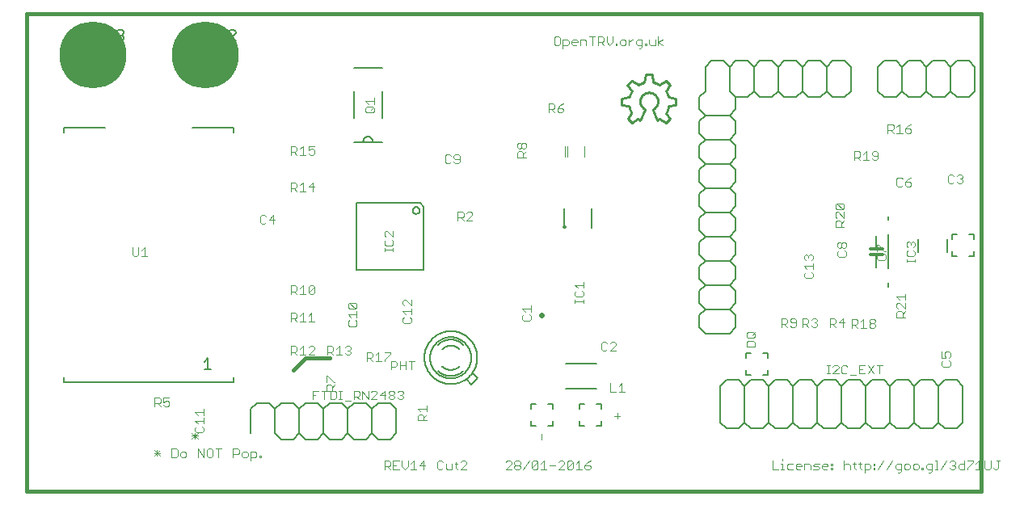
<source format=gto>
G75*
%MOIN*%
%OFA0B0*%
%FSLAX25Y25*%
%IPPOS*%
%LPD*%
%AMOC8*
5,1,8,0,0,1.08239X$1,22.5*
%
%ADD10C,0.01600*%
%ADD11C,0.00300*%
%ADD12C,0.27559*%
%ADD13C,0.00600*%
%ADD14C,0.00400*%
%ADD15C,0.00800*%
%ADD16C,0.02200*%
%ADD17C,0.00500*%
%ADD18C,0.01200*%
%ADD19C,0.01000*%
D10*
X0001800Y0001800D02*
X0395501Y0001800D01*
X0395501Y0198650D01*
X0001800Y0198650D01*
X0001800Y0001800D01*
X0111800Y0051800D02*
X0116800Y0056800D01*
X0126800Y0056800D01*
D11*
X0125950Y0057950D02*
X0125950Y0061590D01*
X0127770Y0061590D01*
X0128377Y0060983D01*
X0128377Y0059770D01*
X0127770Y0059163D01*
X0125950Y0059163D01*
X0127163Y0059163D02*
X0128377Y0057950D01*
X0129575Y0057950D02*
X0132002Y0057950D01*
X0130788Y0057950D02*
X0130788Y0061590D01*
X0129575Y0060377D01*
X0133200Y0060983D02*
X0133807Y0061590D01*
X0135020Y0061590D01*
X0135627Y0060983D01*
X0135627Y0060377D01*
X0135020Y0059770D01*
X0135627Y0059163D01*
X0135627Y0058557D01*
X0135020Y0057950D01*
X0133807Y0057950D01*
X0133200Y0058557D01*
X0134414Y0059770D02*
X0135020Y0059770D01*
X0142200Y0059090D02*
X0144020Y0059090D01*
X0144627Y0058483D01*
X0144627Y0057270D01*
X0144020Y0056663D01*
X0142200Y0056663D01*
X0142200Y0055450D02*
X0142200Y0059090D01*
X0143413Y0056663D02*
X0144627Y0055450D01*
X0145825Y0055450D02*
X0148252Y0055450D01*
X0149450Y0055450D02*
X0149450Y0056057D01*
X0151877Y0058483D01*
X0151877Y0059090D01*
X0149450Y0059090D01*
X0147038Y0059090D02*
X0147038Y0055450D01*
X0145825Y0057877D02*
X0147038Y0059090D01*
X0137480Y0069825D02*
X0138087Y0070431D01*
X0138087Y0071645D01*
X0137480Y0072251D01*
X0138087Y0073450D02*
X0138087Y0075876D01*
X0138087Y0074663D02*
X0134447Y0074663D01*
X0135660Y0073450D01*
X0135054Y0072251D02*
X0134447Y0071645D01*
X0134447Y0070431D01*
X0135054Y0069825D01*
X0137480Y0069825D01*
X0137480Y0077075D02*
X0135054Y0079502D01*
X0137480Y0079502D01*
X0138087Y0078895D01*
X0138087Y0077682D01*
X0137480Y0077075D01*
X0135054Y0077075D01*
X0134447Y0077682D01*
X0134447Y0078895D01*
X0135054Y0079502D01*
X0120627Y0083557D02*
X0120020Y0082950D01*
X0118807Y0082950D01*
X0118200Y0083557D01*
X0120627Y0085983D01*
X0120627Y0083557D01*
X0120627Y0085983D02*
X0120020Y0086590D01*
X0118807Y0086590D01*
X0118200Y0085983D01*
X0118200Y0083557D01*
X0117002Y0082950D02*
X0114575Y0082950D01*
X0113377Y0082950D02*
X0112163Y0084163D01*
X0112770Y0084163D02*
X0110950Y0084163D01*
X0110950Y0082950D02*
X0110950Y0086590D01*
X0112770Y0086590D01*
X0113377Y0085983D01*
X0113377Y0084770D01*
X0112770Y0084163D01*
X0114575Y0085377D02*
X0115788Y0086590D01*
X0115788Y0082950D01*
X0115788Y0075340D02*
X0115788Y0071700D01*
X0114575Y0071700D02*
X0117002Y0071700D01*
X0118200Y0071700D02*
X0120627Y0071700D01*
X0119414Y0071700D02*
X0119414Y0075340D01*
X0118200Y0074127D01*
X0115788Y0075340D02*
X0114575Y0074127D01*
X0113377Y0074733D02*
X0113377Y0073520D01*
X0112770Y0072913D01*
X0110950Y0072913D01*
X0110950Y0071700D02*
X0110950Y0075340D01*
X0112770Y0075340D01*
X0113377Y0074733D01*
X0112163Y0072913D02*
X0113377Y0071700D01*
X0112770Y0061590D02*
X0113377Y0060983D01*
X0113377Y0059770D01*
X0112770Y0059163D01*
X0110950Y0059163D01*
X0110950Y0057950D02*
X0110950Y0061590D01*
X0112770Y0061590D01*
X0114575Y0060377D02*
X0115788Y0061590D01*
X0115788Y0057950D01*
X0114575Y0057950D02*
X0117002Y0057950D01*
X0118200Y0057950D02*
X0120627Y0060377D01*
X0120627Y0060983D01*
X0120020Y0061590D01*
X0118807Y0061590D01*
X0118200Y0060983D01*
X0118200Y0057950D02*
X0120627Y0057950D01*
X0113377Y0057950D02*
X0112163Y0059163D01*
X0125447Y0049252D02*
X0126054Y0049252D01*
X0128480Y0046825D01*
X0129087Y0046825D01*
X0129087Y0045626D02*
X0127874Y0044413D01*
X0127874Y0045020D02*
X0127874Y0043200D01*
X0129087Y0043200D02*
X0125447Y0043200D01*
X0125447Y0045020D01*
X0126054Y0045626D01*
X0127267Y0045626D01*
X0127874Y0045020D01*
X0125447Y0046825D02*
X0125447Y0049252D01*
X0163197Y0035788D02*
X0166837Y0035788D01*
X0166837Y0034575D02*
X0166837Y0037002D01*
X0164410Y0034575D02*
X0163197Y0035788D01*
X0163804Y0033376D02*
X0165017Y0033376D01*
X0165624Y0032770D01*
X0165624Y0030950D01*
X0166837Y0030950D02*
X0163197Y0030950D01*
X0163197Y0032770D01*
X0163804Y0033376D01*
X0165624Y0032163D02*
X0166837Y0033376D01*
X0165771Y0014340D02*
X0163951Y0012520D01*
X0166377Y0012520D01*
X0165771Y0010700D02*
X0165771Y0014340D01*
X0161539Y0014340D02*
X0160325Y0013127D01*
X0159127Y0014340D02*
X0159127Y0011913D01*
X0157914Y0010700D01*
X0156700Y0011913D01*
X0156700Y0014340D01*
X0155502Y0014340D02*
X0153075Y0014340D01*
X0153075Y0010700D01*
X0155502Y0010700D01*
X0154288Y0012520D02*
X0153075Y0012520D01*
X0151877Y0012520D02*
X0151270Y0011913D01*
X0149450Y0011913D01*
X0149450Y0010700D02*
X0149450Y0014340D01*
X0151270Y0014340D01*
X0151877Y0013733D01*
X0151877Y0012520D01*
X0150663Y0011913D02*
X0151877Y0010700D01*
X0160325Y0010700D02*
X0162752Y0010700D01*
X0161539Y0010700D02*
X0161539Y0014340D01*
X0171201Y0013733D02*
X0171201Y0011307D01*
X0171807Y0010700D01*
X0173021Y0010700D01*
X0173628Y0011307D01*
X0174826Y0011307D02*
X0174826Y0013127D01*
X0173628Y0013733D02*
X0173021Y0014340D01*
X0171807Y0014340D01*
X0171201Y0013733D01*
X0174826Y0011307D02*
X0175433Y0010700D01*
X0177253Y0010700D01*
X0177253Y0013127D01*
X0178451Y0013127D02*
X0179664Y0013127D01*
X0179058Y0013733D02*
X0179058Y0011307D01*
X0179664Y0010700D01*
X0180868Y0010700D02*
X0183295Y0013127D01*
X0183295Y0013733D01*
X0182688Y0014340D01*
X0181475Y0014340D01*
X0180868Y0013733D01*
X0180868Y0010700D02*
X0183295Y0010700D01*
X0199450Y0010700D02*
X0201877Y0013127D01*
X0201877Y0013733D01*
X0201270Y0014340D01*
X0200057Y0014340D01*
X0199450Y0013733D01*
X0199450Y0010700D02*
X0201877Y0010700D01*
X0203075Y0011307D02*
X0203075Y0011913D01*
X0203682Y0012520D01*
X0204895Y0012520D01*
X0205502Y0011913D01*
X0205502Y0011307D01*
X0204895Y0010700D01*
X0203682Y0010700D01*
X0203075Y0011307D01*
X0203682Y0012520D02*
X0203075Y0013127D01*
X0203075Y0013733D01*
X0203682Y0014340D01*
X0204895Y0014340D01*
X0205502Y0013733D01*
X0205502Y0013127D01*
X0204895Y0012520D01*
X0206700Y0010700D02*
X0209127Y0014340D01*
X0210325Y0013733D02*
X0210932Y0014340D01*
X0212145Y0014340D01*
X0212752Y0013733D01*
X0210325Y0011307D01*
X0210932Y0010700D01*
X0212145Y0010700D01*
X0212752Y0011307D01*
X0212752Y0013733D01*
X0213951Y0013127D02*
X0215164Y0014340D01*
X0215164Y0010700D01*
X0213951Y0010700D02*
X0216377Y0010700D01*
X0217576Y0012520D02*
X0220002Y0012520D01*
X0221201Y0013733D02*
X0221807Y0014340D01*
X0223021Y0014340D01*
X0223628Y0013733D01*
X0223628Y0013127D01*
X0221201Y0010700D01*
X0223628Y0010700D01*
X0224826Y0011307D02*
X0227253Y0013733D01*
X0227253Y0011307D01*
X0226646Y0010700D01*
X0225433Y0010700D01*
X0224826Y0011307D01*
X0224826Y0013733D01*
X0225433Y0014340D01*
X0226646Y0014340D01*
X0227253Y0013733D01*
X0228451Y0013127D02*
X0229664Y0014340D01*
X0229664Y0010700D01*
X0228451Y0010700D02*
X0230878Y0010700D01*
X0232076Y0011307D02*
X0232076Y0012520D01*
X0233896Y0012520D01*
X0234503Y0011913D01*
X0234503Y0011307D01*
X0233896Y0010700D01*
X0232683Y0010700D01*
X0232076Y0011307D01*
X0232076Y0012520D02*
X0233290Y0013733D01*
X0234503Y0014340D01*
X0210325Y0013733D02*
X0210325Y0011307D01*
X0242550Y0042669D02*
X0244977Y0042669D01*
X0246176Y0042669D02*
X0248602Y0042669D01*
X0247389Y0042669D02*
X0247389Y0046309D01*
X0246176Y0045095D01*
X0242550Y0046309D02*
X0242550Y0042669D01*
X0242575Y0059763D02*
X0245002Y0062190D01*
X0245002Y0062796D01*
X0244395Y0063403D01*
X0243182Y0063403D01*
X0242575Y0062796D01*
X0241376Y0062796D02*
X0240770Y0063403D01*
X0239556Y0063403D01*
X0238950Y0062796D01*
X0238950Y0060370D01*
X0239556Y0059763D01*
X0240770Y0059763D01*
X0241376Y0060370D01*
X0242575Y0059763D02*
X0245002Y0059763D01*
X0209900Y0072807D02*
X0209900Y0074020D01*
X0209293Y0074627D01*
X0209900Y0075825D02*
X0209900Y0078252D01*
X0209900Y0077038D02*
X0206260Y0077038D01*
X0207473Y0075825D01*
X0206867Y0074627D02*
X0206260Y0074020D01*
X0206260Y0072807D01*
X0206867Y0072200D01*
X0209293Y0072200D01*
X0209900Y0072807D01*
X0227947Y0079533D02*
X0227947Y0080746D01*
X0227947Y0080140D02*
X0231587Y0080140D01*
X0231587Y0080746D02*
X0231587Y0079533D01*
X0230980Y0081950D02*
X0231587Y0082556D01*
X0231587Y0083770D01*
X0230980Y0084376D01*
X0231587Y0085575D02*
X0231587Y0088002D01*
X0231587Y0086788D02*
X0227947Y0086788D01*
X0229160Y0085575D01*
X0228554Y0084376D02*
X0227947Y0083770D01*
X0227947Y0082556D01*
X0228554Y0081950D01*
X0230980Y0081950D01*
X0185752Y0113338D02*
X0183325Y0113338D01*
X0185752Y0115765D01*
X0185752Y0116371D01*
X0185145Y0116978D01*
X0183932Y0116978D01*
X0183325Y0116371D01*
X0182126Y0116371D02*
X0182126Y0115158D01*
X0181520Y0114551D01*
X0179700Y0114551D01*
X0180913Y0114551D02*
X0182126Y0113338D01*
X0179700Y0113338D02*
X0179700Y0116978D01*
X0181520Y0116978D01*
X0182126Y0116371D01*
X0153087Y0109152D02*
X0153087Y0106725D01*
X0150660Y0109152D01*
X0150054Y0109152D01*
X0149447Y0108545D01*
X0149447Y0107332D01*
X0150054Y0106725D01*
X0150054Y0105526D02*
X0149447Y0104920D01*
X0149447Y0103706D01*
X0150054Y0103100D01*
X0152480Y0103100D01*
X0153087Y0103706D01*
X0153087Y0104920D01*
X0152480Y0105526D01*
X0153087Y0101896D02*
X0153087Y0100683D01*
X0153087Y0101290D02*
X0149447Y0101290D01*
X0149447Y0101896D02*
X0149447Y0100683D01*
X0157554Y0080752D02*
X0156947Y0080145D01*
X0156947Y0078932D01*
X0157554Y0078325D01*
X0157554Y0080752D02*
X0158160Y0080752D01*
X0160587Y0078325D01*
X0160587Y0080752D01*
X0160587Y0077126D02*
X0160587Y0074700D01*
X0160587Y0075913D02*
X0156947Y0075913D01*
X0158160Y0074700D01*
X0157554Y0073501D02*
X0156947Y0072895D01*
X0156947Y0071681D01*
X0157554Y0071075D01*
X0159980Y0071075D01*
X0160587Y0071681D01*
X0160587Y0072895D01*
X0159980Y0073501D01*
X0103645Y0111950D02*
X0103645Y0115590D01*
X0101825Y0113770D01*
X0104252Y0113770D01*
X0100627Y0112557D02*
X0100020Y0111950D01*
X0098807Y0111950D01*
X0098200Y0112557D01*
X0098200Y0114983D01*
X0098807Y0115590D01*
X0100020Y0115590D01*
X0100627Y0114983D01*
X0110950Y0125450D02*
X0110950Y0129090D01*
X0112770Y0129090D01*
X0113377Y0128483D01*
X0113377Y0127270D01*
X0112770Y0126663D01*
X0110950Y0126663D01*
X0112163Y0126663D02*
X0113377Y0125450D01*
X0114575Y0125450D02*
X0117002Y0125450D01*
X0115788Y0125450D02*
X0115788Y0129090D01*
X0114575Y0127877D01*
X0118200Y0127270D02*
X0120020Y0129090D01*
X0120020Y0125450D01*
X0120627Y0127270D02*
X0118200Y0127270D01*
X0118807Y0140450D02*
X0118200Y0141057D01*
X0118807Y0140450D02*
X0120020Y0140450D01*
X0120627Y0141057D01*
X0120627Y0142270D01*
X0120020Y0142877D01*
X0119414Y0142877D01*
X0118200Y0142270D01*
X0118200Y0144090D01*
X0120627Y0144090D01*
X0115788Y0144090D02*
X0115788Y0140450D01*
X0114575Y0140450D02*
X0117002Y0140450D01*
X0114575Y0142877D02*
X0115788Y0144090D01*
X0113377Y0143483D02*
X0113377Y0142270D01*
X0112770Y0141663D01*
X0110950Y0141663D01*
X0110950Y0140450D02*
X0110950Y0144090D01*
X0112770Y0144090D01*
X0113377Y0143483D01*
X0112163Y0141663D02*
X0113377Y0140450D01*
X0141602Y0158485D02*
X0142209Y0157878D01*
X0144636Y0157878D01*
X0145243Y0158485D01*
X0145243Y0159698D01*
X0144636Y0160305D01*
X0142209Y0160305D01*
X0141602Y0159698D01*
X0141602Y0158485D01*
X0144029Y0159092D02*
X0145243Y0160305D01*
X0145243Y0161503D02*
X0145243Y0163930D01*
X0145243Y0162717D02*
X0141602Y0162717D01*
X0142816Y0161503D01*
X0174450Y0139983D02*
X0175057Y0140590D01*
X0176270Y0140590D01*
X0176877Y0139983D01*
X0178075Y0139983D02*
X0178075Y0139377D01*
X0178682Y0138770D01*
X0180502Y0138770D01*
X0180502Y0137557D02*
X0180502Y0139983D01*
X0179895Y0140590D01*
X0178682Y0140590D01*
X0178075Y0139983D01*
X0178075Y0137557D02*
X0178682Y0136950D01*
X0179895Y0136950D01*
X0180502Y0137557D01*
X0176877Y0137557D02*
X0176270Y0136950D01*
X0175057Y0136950D01*
X0174450Y0137557D01*
X0174450Y0139983D01*
X0204260Y0139450D02*
X0204260Y0141270D01*
X0204867Y0141877D01*
X0206080Y0141877D01*
X0206687Y0141270D01*
X0206687Y0139450D01*
X0207900Y0139450D02*
X0204260Y0139450D01*
X0206687Y0140663D02*
X0207900Y0141877D01*
X0207293Y0143075D02*
X0206687Y0143075D01*
X0206080Y0143682D01*
X0206080Y0144895D01*
X0206687Y0145502D01*
X0207293Y0145502D01*
X0207900Y0144895D01*
X0207900Y0143682D01*
X0207293Y0143075D01*
X0206080Y0143682D02*
X0205473Y0143075D01*
X0204867Y0143075D01*
X0204260Y0143682D01*
X0204260Y0144895D01*
X0204867Y0145502D01*
X0205473Y0145502D01*
X0206080Y0144895D01*
X0217200Y0158013D02*
X0217200Y0161653D01*
X0219020Y0161653D01*
X0219626Y0161046D01*
X0219626Y0159833D01*
X0219020Y0159226D01*
X0217200Y0159226D01*
X0218413Y0159226D02*
X0219626Y0158013D01*
X0220825Y0158620D02*
X0221432Y0158013D01*
X0222645Y0158013D01*
X0223252Y0158620D01*
X0223252Y0159226D01*
X0222645Y0159833D01*
X0220825Y0159833D01*
X0220825Y0158620D01*
X0220825Y0159833D02*
X0222038Y0161046D01*
X0223252Y0161653D01*
X0223075Y0184487D02*
X0223075Y0188127D01*
X0224895Y0188127D01*
X0225502Y0187520D01*
X0225502Y0186307D01*
X0224895Y0185700D01*
X0223075Y0185700D01*
X0221877Y0186307D02*
X0221877Y0188733D01*
X0221270Y0189340D01*
X0220057Y0189340D01*
X0219450Y0188733D01*
X0219450Y0186307D01*
X0220057Y0185700D01*
X0221270Y0185700D01*
X0221877Y0186307D01*
X0226700Y0186307D02*
X0226700Y0187520D01*
X0227307Y0188127D01*
X0228520Y0188127D01*
X0229127Y0187520D01*
X0229127Y0186913D01*
X0226700Y0186913D01*
X0226700Y0186307D02*
X0227307Y0185700D01*
X0228520Y0185700D01*
X0230325Y0185700D02*
X0230325Y0188127D01*
X0232145Y0188127D01*
X0232752Y0187520D01*
X0232752Y0185700D01*
X0235164Y0185700D02*
X0235164Y0189340D01*
X0233951Y0189340D02*
X0236377Y0189340D01*
X0237576Y0189340D02*
X0239396Y0189340D01*
X0240002Y0188733D01*
X0240002Y0187520D01*
X0239396Y0186913D01*
X0237576Y0186913D01*
X0237576Y0185700D02*
X0237576Y0189340D01*
X0238789Y0186913D02*
X0240002Y0185700D01*
X0241201Y0186913D02*
X0242414Y0185700D01*
X0243628Y0186913D01*
X0243628Y0189340D01*
X0241201Y0189340D02*
X0241201Y0186913D01*
X0244826Y0186307D02*
X0245433Y0186307D01*
X0245433Y0185700D01*
X0244826Y0185700D01*
X0244826Y0186307D01*
X0246639Y0186307D02*
X0247245Y0185700D01*
X0248459Y0185700D01*
X0249065Y0186307D01*
X0249065Y0187520D01*
X0248459Y0188127D01*
X0247245Y0188127D01*
X0246639Y0187520D01*
X0246639Y0186307D01*
X0250264Y0186913D02*
X0251477Y0188127D01*
X0252084Y0188127D01*
X0253285Y0187520D02*
X0253285Y0186307D01*
X0253891Y0185700D01*
X0255711Y0185700D01*
X0255711Y0185093D02*
X0255711Y0188127D01*
X0253891Y0188127D01*
X0253285Y0187520D01*
X0250264Y0188127D02*
X0250264Y0185700D01*
X0254498Y0184487D02*
X0255105Y0184487D01*
X0255711Y0185093D01*
X0256910Y0185700D02*
X0257516Y0185700D01*
X0257516Y0186307D01*
X0256910Y0186307D01*
X0256910Y0185700D01*
X0258722Y0186307D02*
X0259329Y0185700D01*
X0261149Y0185700D01*
X0261149Y0188127D01*
X0262347Y0189340D02*
X0262347Y0185700D01*
X0262347Y0186913D02*
X0264167Y0185700D01*
X0262347Y0186913D02*
X0264167Y0188127D01*
X0258722Y0188127D02*
X0258722Y0186307D01*
X0343325Y0141903D02*
X0345145Y0141903D01*
X0345751Y0141296D01*
X0345751Y0140083D01*
X0345145Y0139476D01*
X0343325Y0139476D01*
X0344538Y0139476D02*
X0345751Y0138263D01*
X0346950Y0138263D02*
X0349376Y0138263D01*
X0348163Y0138263D02*
X0348163Y0141903D01*
X0346950Y0140690D01*
X0350575Y0140690D02*
X0351182Y0140083D01*
X0353002Y0140083D01*
X0353002Y0138870D02*
X0353002Y0141296D01*
X0352395Y0141903D01*
X0351182Y0141903D01*
X0350575Y0141296D01*
X0350575Y0140690D01*
X0350575Y0138870D02*
X0351182Y0138263D01*
X0352395Y0138263D01*
X0353002Y0138870D01*
X0343325Y0138263D02*
X0343325Y0141903D01*
X0357075Y0149513D02*
X0357075Y0153153D01*
X0358895Y0153153D01*
X0359501Y0152546D01*
X0359501Y0151333D01*
X0358895Y0150726D01*
X0357075Y0150726D01*
X0358288Y0150726D02*
X0359501Y0149513D01*
X0360700Y0149513D02*
X0363126Y0149513D01*
X0361913Y0149513D02*
X0361913Y0153153D01*
X0360700Y0151940D01*
X0364325Y0151333D02*
X0364325Y0150120D01*
X0364932Y0149513D01*
X0366145Y0149513D01*
X0366752Y0150120D01*
X0366752Y0150726D01*
X0366145Y0151333D01*
X0364325Y0151333D01*
X0365538Y0152546D01*
X0366752Y0153153D01*
X0382556Y0132403D02*
X0381950Y0131796D01*
X0381950Y0129370D01*
X0382556Y0128763D01*
X0383770Y0128763D01*
X0384376Y0129370D01*
X0385575Y0129370D02*
X0386182Y0128763D01*
X0387395Y0128763D01*
X0388002Y0129370D01*
X0388002Y0129976D01*
X0387395Y0130583D01*
X0386788Y0130583D01*
X0387395Y0130583D02*
X0388002Y0131190D01*
X0388002Y0131796D01*
X0387395Y0132403D01*
X0386182Y0132403D01*
X0385575Y0131796D01*
X0384376Y0131796D02*
X0383770Y0132403D01*
X0382556Y0132403D01*
X0366752Y0131153D02*
X0365538Y0130546D01*
X0364325Y0129333D01*
X0366145Y0129333D01*
X0366752Y0128726D01*
X0366752Y0128120D01*
X0366145Y0127513D01*
X0364932Y0127513D01*
X0364325Y0128120D01*
X0364325Y0129333D01*
X0363126Y0128120D02*
X0362520Y0127513D01*
X0361306Y0127513D01*
X0360700Y0128120D01*
X0360700Y0130546D01*
X0361306Y0131153D01*
X0362520Y0131153D01*
X0363126Y0130546D01*
X0339087Y0119895D02*
X0339087Y0118682D01*
X0338480Y0118075D01*
X0336054Y0120502D01*
X0338480Y0120502D01*
X0339087Y0119895D01*
X0338480Y0118075D02*
X0336054Y0118075D01*
X0335447Y0118682D01*
X0335447Y0119895D01*
X0336054Y0120502D01*
X0336054Y0116876D02*
X0335447Y0116270D01*
X0335447Y0115056D01*
X0336054Y0114450D01*
X0336054Y0113251D02*
X0337267Y0113251D01*
X0337874Y0112645D01*
X0337874Y0110825D01*
X0337874Y0112038D02*
X0339087Y0113251D01*
X0339087Y0114450D02*
X0336660Y0116876D01*
X0336054Y0116876D01*
X0339087Y0116876D02*
X0339087Y0114450D01*
X0336054Y0113251D02*
X0335447Y0112645D01*
X0335447Y0110825D01*
X0339087Y0110825D01*
X0339293Y0104502D02*
X0339900Y0103895D01*
X0339900Y0102682D01*
X0339293Y0102075D01*
X0338687Y0102075D01*
X0338080Y0102682D01*
X0338080Y0103895D01*
X0338687Y0104502D01*
X0339293Y0104502D01*
X0338080Y0103895D02*
X0337473Y0104502D01*
X0336867Y0104502D01*
X0336260Y0103895D01*
X0336260Y0102682D01*
X0336867Y0102075D01*
X0337473Y0102075D01*
X0338080Y0102682D01*
X0339293Y0100877D02*
X0339900Y0100270D01*
X0339900Y0099057D01*
X0339293Y0098450D01*
X0336867Y0098450D01*
X0336260Y0099057D01*
X0336260Y0100270D01*
X0336867Y0100877D01*
X0326150Y0098770D02*
X0326150Y0097557D01*
X0325543Y0096950D01*
X0326150Y0095752D02*
X0326150Y0093325D01*
X0326150Y0094538D02*
X0322510Y0094538D01*
X0323723Y0093325D01*
X0323117Y0092127D02*
X0322510Y0091520D01*
X0322510Y0090307D01*
X0323117Y0089700D01*
X0325543Y0089700D01*
X0326150Y0090307D01*
X0326150Y0091520D01*
X0325543Y0092127D01*
X0323117Y0096950D02*
X0322510Y0097557D01*
X0322510Y0098770D01*
X0323117Y0099377D01*
X0323723Y0099377D01*
X0324330Y0098770D01*
X0324937Y0099377D01*
X0325543Y0099377D01*
X0326150Y0098770D01*
X0324330Y0098770D02*
X0324330Y0098164D01*
X0352510Y0097807D02*
X0353117Y0097200D01*
X0355543Y0097200D01*
X0356150Y0097807D01*
X0356150Y0099020D01*
X0355543Y0099627D01*
X0355543Y0100825D02*
X0356150Y0100825D01*
X0355543Y0100825D02*
X0353117Y0103252D01*
X0352510Y0103252D01*
X0352510Y0100825D01*
X0353117Y0099627D02*
X0352510Y0099020D01*
X0352510Y0097807D01*
X0364400Y0083127D02*
X0364400Y0080700D01*
X0364400Y0079502D02*
X0364400Y0077075D01*
X0361973Y0079502D01*
X0361367Y0079502D01*
X0360760Y0078895D01*
X0360760Y0077682D01*
X0361367Y0077075D01*
X0361367Y0075877D02*
X0362580Y0075877D01*
X0363187Y0075270D01*
X0363187Y0073450D01*
X0364400Y0073450D02*
X0360760Y0073450D01*
X0360760Y0075270D01*
X0361367Y0075877D01*
X0363187Y0074663D02*
X0364400Y0075877D01*
X0361973Y0080700D02*
X0360760Y0081914D01*
X0364400Y0081914D01*
X0351877Y0072233D02*
X0351877Y0071627D01*
X0351270Y0071020D01*
X0350057Y0071020D01*
X0349450Y0071627D01*
X0349450Y0072233D01*
X0350057Y0072840D01*
X0351270Y0072840D01*
X0351877Y0072233D01*
X0351270Y0071020D02*
X0351877Y0070413D01*
X0351877Y0069807D01*
X0351270Y0069200D01*
X0350057Y0069200D01*
X0349450Y0069807D01*
X0349450Y0070413D01*
X0350057Y0071020D01*
X0348252Y0069200D02*
X0345825Y0069200D01*
X0344627Y0069200D02*
X0343413Y0070413D01*
X0344020Y0070413D02*
X0342200Y0070413D01*
X0342200Y0069200D02*
X0342200Y0072840D01*
X0344020Y0072840D01*
X0344627Y0072233D01*
X0344627Y0071020D01*
X0344020Y0070413D01*
X0345825Y0071627D02*
X0347038Y0072840D01*
X0347038Y0069200D01*
X0339252Y0071270D02*
X0336825Y0071270D01*
X0338645Y0073090D01*
X0338645Y0069450D01*
X0335627Y0069450D02*
X0334413Y0070663D01*
X0335020Y0070663D02*
X0333200Y0070663D01*
X0333200Y0069450D02*
X0333200Y0073090D01*
X0335020Y0073090D01*
X0335627Y0072483D01*
X0335627Y0071270D01*
X0335020Y0070663D01*
X0328002Y0070663D02*
X0328002Y0070057D01*
X0327395Y0069450D01*
X0326182Y0069450D01*
X0325575Y0070057D01*
X0324377Y0069450D02*
X0323163Y0070663D01*
X0323770Y0070663D02*
X0321950Y0070663D01*
X0321950Y0069450D02*
X0321950Y0073090D01*
X0323770Y0073090D01*
X0324377Y0072483D01*
X0324377Y0071270D01*
X0323770Y0070663D01*
X0325575Y0072483D02*
X0326182Y0073090D01*
X0327395Y0073090D01*
X0328002Y0072483D01*
X0328002Y0071877D01*
X0327395Y0071270D01*
X0328002Y0070663D01*
X0327395Y0071270D02*
X0326788Y0071270D01*
X0319252Y0071270D02*
X0317432Y0071270D01*
X0316825Y0071877D01*
X0316825Y0072483D01*
X0317432Y0073090D01*
X0318645Y0073090D01*
X0319252Y0072483D01*
X0319252Y0070057D01*
X0318645Y0069450D01*
X0317432Y0069450D01*
X0316825Y0070057D01*
X0315627Y0069450D02*
X0314413Y0070663D01*
X0315020Y0070663D02*
X0313200Y0070663D01*
X0313200Y0069450D02*
X0313200Y0073090D01*
X0315020Y0073090D01*
X0315627Y0072483D01*
X0315627Y0071270D01*
X0315020Y0070663D01*
X0379260Y0059252D02*
X0379260Y0056825D01*
X0381080Y0056825D01*
X0380473Y0058038D01*
X0380473Y0058645D01*
X0381080Y0059252D01*
X0382293Y0059252D01*
X0382900Y0058645D01*
X0382900Y0057432D01*
X0382293Y0056825D01*
X0382293Y0055627D02*
X0382900Y0055020D01*
X0382900Y0053807D01*
X0382293Y0053200D01*
X0379867Y0053200D01*
X0379260Y0053807D01*
X0379260Y0055020D01*
X0379867Y0055627D01*
X0381358Y0014340D02*
X0378932Y0010700D01*
X0377728Y0010700D02*
X0376515Y0010700D01*
X0377122Y0010700D02*
X0377122Y0014340D01*
X0376515Y0014340D01*
X0375317Y0013127D02*
X0373497Y0013127D01*
X0372890Y0012520D01*
X0372890Y0011307D01*
X0373497Y0010700D01*
X0375317Y0010700D01*
X0375317Y0010093D02*
X0375317Y0013127D01*
X0375317Y0010093D02*
X0374710Y0009487D01*
X0374103Y0009487D01*
X0371684Y0010700D02*
X0371077Y0010700D01*
X0371077Y0011307D01*
X0371684Y0011307D01*
X0371684Y0010700D01*
X0369879Y0011307D02*
X0369879Y0012520D01*
X0369272Y0013127D01*
X0368059Y0013127D01*
X0367452Y0012520D01*
X0367452Y0011307D01*
X0368059Y0010700D01*
X0369272Y0010700D01*
X0369879Y0011307D01*
X0366254Y0011307D02*
X0366254Y0012520D01*
X0365647Y0013127D01*
X0364434Y0013127D01*
X0363827Y0012520D01*
X0363827Y0011307D01*
X0364434Y0010700D01*
X0365647Y0010700D01*
X0366254Y0011307D01*
X0362629Y0010700D02*
X0360809Y0010700D01*
X0360202Y0011307D01*
X0360202Y0012520D01*
X0360809Y0013127D01*
X0362629Y0013127D01*
X0362629Y0010093D01*
X0362022Y0009487D01*
X0361415Y0009487D01*
X0356577Y0010700D02*
X0359003Y0014340D01*
X0355378Y0014340D02*
X0352952Y0010700D01*
X0351746Y0010700D02*
X0351139Y0010700D01*
X0351139Y0011307D01*
X0351746Y0011307D01*
X0351746Y0010700D01*
X0351746Y0012520D02*
X0351139Y0012520D01*
X0351139Y0013127D01*
X0351746Y0013127D01*
X0351746Y0012520D01*
X0349941Y0012520D02*
X0349941Y0011307D01*
X0349334Y0010700D01*
X0347514Y0010700D01*
X0346311Y0010700D02*
X0345704Y0011307D01*
X0345704Y0013733D01*
X0345097Y0013127D02*
X0346311Y0013127D01*
X0347514Y0013127D02*
X0349334Y0013127D01*
X0349941Y0012520D01*
X0347514Y0013127D02*
X0347514Y0009487D01*
X0343894Y0010700D02*
X0343287Y0011307D01*
X0343287Y0013733D01*
X0342680Y0013127D02*
X0343894Y0013127D01*
X0341482Y0012520D02*
X0341482Y0010700D01*
X0341482Y0012520D02*
X0340875Y0013127D01*
X0339662Y0013127D01*
X0339055Y0012520D01*
X0339055Y0014340D02*
X0339055Y0010700D01*
X0334224Y0010700D02*
X0333618Y0010700D01*
X0333618Y0011307D01*
X0334224Y0011307D01*
X0334224Y0010700D01*
X0334224Y0012520D02*
X0333618Y0012520D01*
X0333618Y0013127D01*
X0334224Y0013127D01*
X0334224Y0012520D01*
X0332419Y0012520D02*
X0332419Y0011913D01*
X0329992Y0011913D01*
X0329992Y0011307D02*
X0329992Y0012520D01*
X0330599Y0013127D01*
X0331812Y0013127D01*
X0332419Y0012520D01*
X0331812Y0010700D02*
X0330599Y0010700D01*
X0329992Y0011307D01*
X0328794Y0011307D02*
X0328187Y0011913D01*
X0326974Y0011913D01*
X0326367Y0012520D01*
X0326974Y0013127D01*
X0328794Y0013127D01*
X0328794Y0011307D02*
X0328187Y0010700D01*
X0326367Y0010700D01*
X0325169Y0010700D02*
X0325169Y0012520D01*
X0324562Y0013127D01*
X0322742Y0013127D01*
X0322742Y0010700D01*
X0321544Y0011913D02*
X0319117Y0011913D01*
X0319117Y0011307D02*
X0319117Y0012520D01*
X0319724Y0013127D01*
X0320937Y0013127D01*
X0321544Y0012520D01*
X0321544Y0011913D01*
X0320937Y0010700D02*
X0319724Y0010700D01*
X0319117Y0011307D01*
X0317919Y0010700D02*
X0316099Y0010700D01*
X0315492Y0011307D01*
X0315492Y0012520D01*
X0316099Y0013127D01*
X0317919Y0013127D01*
X0313682Y0013127D02*
X0313682Y0010700D01*
X0314288Y0010700D02*
X0313075Y0010700D01*
X0311877Y0010700D02*
X0309450Y0010700D01*
X0309450Y0014340D01*
X0313075Y0013127D02*
X0313682Y0013127D01*
X0313682Y0014340D02*
X0313682Y0014947D01*
X0382557Y0013733D02*
X0383164Y0014340D01*
X0384377Y0014340D01*
X0384984Y0013733D01*
X0384984Y0013127D01*
X0384377Y0012520D01*
X0384984Y0011913D01*
X0384984Y0011307D01*
X0384377Y0010700D01*
X0383164Y0010700D01*
X0382557Y0011307D01*
X0383770Y0012520D02*
X0384377Y0012520D01*
X0386182Y0012520D02*
X0386182Y0011307D01*
X0386789Y0010700D01*
X0388609Y0010700D01*
X0388609Y0014340D01*
X0389807Y0014340D02*
X0392234Y0014340D01*
X0392234Y0013733D01*
X0389807Y0011307D01*
X0389807Y0010700D01*
X0388609Y0013127D02*
X0386789Y0013127D01*
X0386182Y0012520D01*
X0393432Y0013127D02*
X0394646Y0014340D01*
X0394646Y0010700D01*
X0395859Y0010700D02*
X0393432Y0010700D01*
X0397057Y0011307D02*
X0397664Y0010700D01*
X0398877Y0010700D01*
X0399484Y0011307D01*
X0399484Y0014340D01*
X0401896Y0014340D02*
X0403109Y0014340D01*
X0402503Y0014340D02*
X0402503Y0011307D01*
X0401896Y0010700D01*
X0401289Y0010700D01*
X0400683Y0011307D01*
X0397057Y0011307D02*
X0397057Y0014340D01*
X0098558Y0015700D02*
X0097952Y0015700D01*
X0097952Y0016307D01*
X0098558Y0016307D01*
X0098558Y0015700D01*
X0096753Y0016307D02*
X0096147Y0015700D01*
X0094326Y0015700D01*
X0094326Y0014487D02*
X0094326Y0018127D01*
X0096147Y0018127D01*
X0096753Y0017520D01*
X0096753Y0016307D01*
X0093128Y0016307D02*
X0092521Y0015700D01*
X0091308Y0015700D01*
X0090701Y0016307D01*
X0090701Y0017520D01*
X0091308Y0018127D01*
X0092521Y0018127D01*
X0093128Y0017520D01*
X0093128Y0016307D01*
X0089503Y0017520D02*
X0088896Y0016913D01*
X0087076Y0016913D01*
X0087076Y0015700D02*
X0087076Y0019340D01*
X0088896Y0019340D01*
X0089503Y0018733D01*
X0089503Y0017520D01*
X0082253Y0019340D02*
X0079826Y0019340D01*
X0081039Y0019340D02*
X0081039Y0015700D01*
X0078628Y0016307D02*
X0078021Y0015700D01*
X0076807Y0015700D01*
X0076201Y0016307D01*
X0076201Y0018733D01*
X0076807Y0019340D01*
X0078021Y0019340D01*
X0078628Y0018733D01*
X0078628Y0016307D01*
X0075002Y0015700D02*
X0075002Y0019340D01*
X0072576Y0019340D02*
X0075002Y0015700D01*
X0072576Y0015700D02*
X0072576Y0019340D01*
X0067752Y0017520D02*
X0067145Y0018127D01*
X0065932Y0018127D01*
X0065325Y0017520D01*
X0065325Y0016307D01*
X0065932Y0015700D01*
X0067145Y0015700D01*
X0067752Y0016307D01*
X0067752Y0017520D01*
X0064127Y0016307D02*
X0063520Y0015700D01*
X0061700Y0015700D01*
X0061700Y0019340D01*
X0063520Y0019340D01*
X0064127Y0018733D01*
X0064127Y0016307D01*
X0056877Y0016307D02*
X0054450Y0018733D01*
X0054450Y0017520D02*
X0056877Y0017520D01*
X0056877Y0018733D02*
X0054450Y0016307D01*
X0055663Y0016307D02*
X0055663Y0018733D01*
X0070054Y0023325D02*
X0072480Y0025752D01*
X0071867Y0025950D02*
X0074293Y0025950D01*
X0074900Y0026557D01*
X0074900Y0027770D01*
X0074293Y0028377D01*
X0074900Y0029575D02*
X0074900Y0032002D01*
X0074900Y0033200D02*
X0074900Y0035627D01*
X0074900Y0034414D02*
X0071260Y0034414D01*
X0072473Y0033200D01*
X0071260Y0030788D02*
X0074900Y0030788D01*
X0072473Y0029575D02*
X0071260Y0030788D01*
X0071867Y0028377D02*
X0071260Y0027770D01*
X0071260Y0026557D01*
X0071867Y0025950D01*
X0071267Y0025752D02*
X0071267Y0023325D01*
X0072480Y0023325D02*
X0070054Y0025752D01*
X0070054Y0024538D02*
X0072480Y0024538D01*
X0060145Y0036700D02*
X0058932Y0036700D01*
X0058325Y0037307D01*
X0058325Y0038520D02*
X0059538Y0039127D01*
X0060145Y0039127D01*
X0060752Y0038520D01*
X0060752Y0037307D01*
X0060145Y0036700D01*
X0058325Y0038520D02*
X0058325Y0040340D01*
X0060752Y0040340D01*
X0057127Y0039733D02*
X0057127Y0038520D01*
X0056520Y0037913D01*
X0054700Y0037913D01*
X0054700Y0036700D02*
X0054700Y0040340D01*
X0056520Y0040340D01*
X0057127Y0039733D01*
X0055913Y0037913D02*
X0057127Y0036700D01*
X0051673Y0098702D02*
X0049246Y0098702D01*
X0050460Y0098702D02*
X0050460Y0102342D01*
X0049246Y0101129D01*
X0048048Y0102342D02*
X0048048Y0099309D01*
X0047441Y0098702D01*
X0046228Y0098702D01*
X0045621Y0099309D01*
X0045621Y0102342D01*
D12*
X0029300Y0181800D03*
X0075550Y0181800D03*
D13*
X0071050Y0179300D02*
X0071050Y0177300D01*
X0073050Y0177300D01*
X0078050Y0177300D02*
X0080050Y0177300D01*
X0080050Y0179300D01*
X0080050Y0184300D02*
X0080050Y0186300D01*
X0078050Y0186300D01*
X0073050Y0186300D02*
X0071050Y0186300D01*
X0071050Y0184300D01*
X0033800Y0184300D02*
X0033800Y0186300D01*
X0031800Y0186300D01*
X0026800Y0186300D02*
X0024800Y0186300D01*
X0024800Y0184300D01*
X0024800Y0179300D02*
X0024800Y0177300D01*
X0026800Y0177300D01*
X0031800Y0177300D02*
X0033800Y0177300D01*
X0033800Y0179300D01*
X0138001Y0120599D02*
X0164202Y0120599D01*
X0165599Y0119202D01*
X0165599Y0093001D01*
X0138001Y0093001D01*
X0138001Y0120599D01*
X0161186Y0117600D02*
X0161188Y0117675D01*
X0161194Y0117749D01*
X0161204Y0117823D01*
X0161217Y0117896D01*
X0161235Y0117969D01*
X0161256Y0118040D01*
X0161281Y0118111D01*
X0161310Y0118180D01*
X0161343Y0118247D01*
X0161379Y0118312D01*
X0161418Y0118376D01*
X0161460Y0118437D01*
X0161506Y0118496D01*
X0161555Y0118553D01*
X0161607Y0118606D01*
X0161661Y0118657D01*
X0161718Y0118706D01*
X0161778Y0118750D01*
X0161840Y0118792D01*
X0161904Y0118831D01*
X0161970Y0118866D01*
X0162037Y0118897D01*
X0162107Y0118925D01*
X0162177Y0118949D01*
X0162249Y0118970D01*
X0162322Y0118986D01*
X0162395Y0118999D01*
X0162470Y0119008D01*
X0162544Y0119013D01*
X0162619Y0119014D01*
X0162693Y0119011D01*
X0162768Y0119004D01*
X0162841Y0118993D01*
X0162915Y0118979D01*
X0162987Y0118960D01*
X0163058Y0118938D01*
X0163128Y0118912D01*
X0163197Y0118882D01*
X0163263Y0118849D01*
X0163328Y0118812D01*
X0163391Y0118772D01*
X0163452Y0118728D01*
X0163510Y0118682D01*
X0163566Y0118632D01*
X0163619Y0118580D01*
X0163670Y0118525D01*
X0163717Y0118467D01*
X0163761Y0118407D01*
X0163802Y0118344D01*
X0163840Y0118280D01*
X0163874Y0118214D01*
X0163905Y0118145D01*
X0163932Y0118076D01*
X0163955Y0118005D01*
X0163974Y0117933D01*
X0163990Y0117860D01*
X0164002Y0117786D01*
X0164010Y0117712D01*
X0164014Y0117637D01*
X0164014Y0117563D01*
X0164010Y0117488D01*
X0164002Y0117414D01*
X0163990Y0117340D01*
X0163974Y0117267D01*
X0163955Y0117195D01*
X0163932Y0117124D01*
X0163905Y0117055D01*
X0163874Y0116986D01*
X0163840Y0116920D01*
X0163802Y0116856D01*
X0163761Y0116793D01*
X0163717Y0116733D01*
X0163670Y0116675D01*
X0163619Y0116620D01*
X0163566Y0116568D01*
X0163510Y0116518D01*
X0163452Y0116472D01*
X0163391Y0116428D01*
X0163328Y0116388D01*
X0163263Y0116351D01*
X0163197Y0116318D01*
X0163128Y0116288D01*
X0163058Y0116262D01*
X0162987Y0116240D01*
X0162915Y0116221D01*
X0162841Y0116207D01*
X0162768Y0116196D01*
X0162693Y0116189D01*
X0162619Y0116186D01*
X0162544Y0116187D01*
X0162470Y0116192D01*
X0162395Y0116201D01*
X0162322Y0116214D01*
X0162249Y0116230D01*
X0162177Y0116251D01*
X0162107Y0116275D01*
X0162037Y0116303D01*
X0161970Y0116334D01*
X0161904Y0116369D01*
X0161840Y0116408D01*
X0161778Y0116450D01*
X0161718Y0116494D01*
X0161661Y0116543D01*
X0161607Y0116594D01*
X0161555Y0116647D01*
X0161506Y0116704D01*
X0161460Y0116763D01*
X0161418Y0116824D01*
X0161379Y0116888D01*
X0161343Y0116953D01*
X0161310Y0117020D01*
X0161281Y0117089D01*
X0161256Y0117160D01*
X0161235Y0117231D01*
X0161217Y0117304D01*
X0161204Y0117377D01*
X0161194Y0117451D01*
X0161188Y0117525D01*
X0161186Y0117600D01*
X0279300Y0119300D02*
X0279300Y0124300D01*
X0281800Y0126800D01*
X0279300Y0129300D01*
X0279300Y0134300D01*
X0281800Y0136800D01*
X0279300Y0139300D01*
X0279300Y0144300D01*
X0281800Y0146800D01*
X0279300Y0149300D01*
X0279300Y0154300D01*
X0281800Y0156800D01*
X0279300Y0159300D01*
X0279300Y0164300D01*
X0281800Y0166800D01*
X0281800Y0176800D01*
X0284300Y0179300D01*
X0289300Y0179300D01*
X0291800Y0176800D01*
X0294300Y0179300D01*
X0299300Y0179300D01*
X0301800Y0176800D01*
X0304300Y0179300D01*
X0309300Y0179300D01*
X0311800Y0176800D01*
X0314300Y0179300D01*
X0319300Y0179300D01*
X0321800Y0176800D01*
X0324300Y0179300D01*
X0329300Y0179300D01*
X0331800Y0176800D01*
X0334300Y0179300D01*
X0339300Y0179300D01*
X0341800Y0176800D01*
X0341800Y0166800D01*
X0339300Y0164300D01*
X0334300Y0164300D01*
X0331800Y0166800D01*
X0329300Y0164300D01*
X0324300Y0164300D01*
X0321800Y0166800D01*
X0321800Y0176800D01*
X0331800Y0176800D02*
X0331800Y0166800D01*
X0321800Y0166800D02*
X0319300Y0164300D01*
X0314300Y0164300D01*
X0311800Y0166800D01*
X0309300Y0164300D01*
X0304300Y0164300D01*
X0301800Y0166800D01*
X0299300Y0164300D01*
X0294300Y0164300D01*
X0291800Y0166800D01*
X0291800Y0176800D01*
X0301800Y0176800D02*
X0301800Y0166800D01*
X0294300Y0164300D02*
X0291800Y0166800D01*
X0294300Y0164300D02*
X0294300Y0159300D01*
X0291800Y0156800D01*
X0294300Y0154300D01*
X0294300Y0149300D01*
X0291800Y0146800D01*
X0281800Y0146800D01*
X0291800Y0146800D02*
X0294300Y0144300D01*
X0294300Y0139300D01*
X0291800Y0136800D01*
X0294300Y0134300D01*
X0294300Y0129300D01*
X0291800Y0126800D01*
X0294300Y0124300D01*
X0294300Y0119300D01*
X0291800Y0116800D01*
X0281800Y0116800D01*
X0279300Y0119300D01*
X0281800Y0116800D02*
X0279300Y0114300D01*
X0279300Y0109300D01*
X0281800Y0106800D01*
X0279300Y0104300D01*
X0279300Y0099300D01*
X0281800Y0096800D01*
X0279300Y0094300D01*
X0279300Y0089300D01*
X0281800Y0086800D01*
X0291800Y0086800D01*
X0294300Y0089300D01*
X0294300Y0094300D01*
X0291800Y0096800D01*
X0281800Y0096800D01*
X0291800Y0096800D02*
X0294300Y0099300D01*
X0294300Y0104300D01*
X0291800Y0106800D01*
X0281800Y0106800D01*
X0291800Y0106800D02*
X0294300Y0109300D01*
X0294300Y0114300D01*
X0291800Y0116800D01*
X0291800Y0126800D02*
X0281800Y0126800D01*
X0281800Y0136800D02*
X0291800Y0136800D01*
X0291800Y0156800D02*
X0281800Y0156800D01*
X0311800Y0166800D02*
X0311800Y0176800D01*
X0353050Y0176800D02*
X0353050Y0166800D01*
X0355550Y0164300D01*
X0360550Y0164300D01*
X0363050Y0166800D01*
X0363050Y0176800D01*
X0360550Y0179300D01*
X0355550Y0179300D01*
X0353050Y0176800D01*
X0363050Y0176800D02*
X0365550Y0179300D01*
X0370550Y0179300D01*
X0373050Y0176800D01*
X0375550Y0179300D01*
X0380550Y0179300D01*
X0383050Y0176800D01*
X0385550Y0179300D01*
X0390550Y0179300D01*
X0393050Y0176800D01*
X0393050Y0166800D01*
X0390550Y0164300D01*
X0385550Y0164300D01*
X0383050Y0166800D01*
X0380550Y0164300D01*
X0375550Y0164300D01*
X0373050Y0166800D01*
X0373050Y0176800D01*
X0383050Y0176800D02*
X0383050Y0166800D01*
X0373050Y0166800D02*
X0370550Y0164300D01*
X0365550Y0164300D01*
X0363050Y0166800D01*
X0357300Y0115050D02*
X0357300Y0113550D01*
X0357300Y0107550D02*
X0357300Y0093550D01*
X0352300Y0094050D02*
X0352300Y0099350D01*
X0352300Y0101850D02*
X0352300Y0107050D01*
X0369471Y0105857D02*
X0369471Y0100247D01*
X0381629Y0100247D02*
X0381629Y0105857D01*
X0383550Y0105550D02*
X0383550Y0107550D01*
X0385550Y0107550D01*
X0390550Y0107550D02*
X0392550Y0107550D01*
X0392550Y0105550D01*
X0392550Y0100550D02*
X0392550Y0098550D01*
X0390550Y0098550D01*
X0385550Y0098550D02*
X0383550Y0098550D01*
X0383550Y0100550D01*
X0357300Y0087550D02*
X0357300Y0086050D01*
X0307550Y0058800D02*
X0307550Y0056800D01*
X0307550Y0058800D02*
X0305550Y0058800D01*
X0300550Y0058800D02*
X0298550Y0058800D01*
X0298550Y0056800D01*
X0298550Y0051800D02*
X0298550Y0049800D01*
X0300550Y0049800D01*
X0300550Y0047548D02*
X0305550Y0047548D01*
X0308050Y0045048D01*
X0308050Y0030048D01*
X0305550Y0027548D01*
X0300550Y0027548D01*
X0298050Y0030048D01*
X0295550Y0027548D01*
X0290550Y0027548D01*
X0288050Y0030048D01*
X0288050Y0045048D01*
X0290550Y0047548D01*
X0295550Y0047548D01*
X0298050Y0045048D01*
X0298050Y0030048D01*
X0308050Y0030048D02*
X0310550Y0027548D01*
X0315550Y0027548D01*
X0318050Y0030048D01*
X0318050Y0045048D01*
X0320550Y0047548D01*
X0325550Y0047548D01*
X0328050Y0045048D01*
X0328050Y0030048D01*
X0325550Y0027548D01*
X0320550Y0027548D01*
X0318050Y0030048D01*
X0328050Y0030048D02*
X0330550Y0027548D01*
X0335550Y0027548D01*
X0338050Y0030048D01*
X0338050Y0045048D01*
X0335550Y0047548D01*
X0330550Y0047548D01*
X0328050Y0045048D01*
X0318050Y0045048D02*
X0315550Y0047548D01*
X0310550Y0047548D01*
X0308050Y0045048D01*
X0307550Y0049800D02*
X0307550Y0051800D01*
X0307550Y0049800D02*
X0305550Y0049800D01*
X0300550Y0047548D02*
X0298050Y0045048D01*
X0338050Y0045048D02*
X0340550Y0047548D01*
X0345550Y0047548D01*
X0348050Y0045048D01*
X0348050Y0030048D01*
X0345550Y0027548D01*
X0340550Y0027548D01*
X0338050Y0030048D01*
X0348050Y0030048D02*
X0350550Y0027548D01*
X0355550Y0027548D01*
X0358050Y0030048D01*
X0358050Y0045048D01*
X0355550Y0047548D01*
X0350550Y0047548D01*
X0348050Y0045048D01*
X0358050Y0045048D02*
X0360550Y0047548D01*
X0365550Y0047548D01*
X0368050Y0045048D01*
X0368050Y0030048D01*
X0365550Y0027548D01*
X0360550Y0027548D01*
X0358050Y0030048D01*
X0368050Y0030048D02*
X0370550Y0027548D01*
X0375550Y0027548D01*
X0378050Y0030048D01*
X0378050Y0045048D01*
X0375550Y0047548D01*
X0370550Y0047548D01*
X0368050Y0045048D01*
X0378050Y0045048D02*
X0380550Y0047548D01*
X0385550Y0047548D01*
X0388050Y0045048D01*
X0388050Y0030048D01*
X0385550Y0027548D01*
X0380550Y0027548D01*
X0378050Y0030048D01*
X0294300Y0069300D02*
X0291800Y0066800D01*
X0281800Y0066800D01*
X0279300Y0069300D01*
X0279300Y0074300D01*
X0281800Y0076800D01*
X0279300Y0079300D01*
X0279300Y0084300D01*
X0281800Y0086800D01*
X0291800Y0086800D02*
X0294300Y0084300D01*
X0294300Y0079300D01*
X0291800Y0076800D01*
X0294300Y0074300D01*
X0294300Y0069300D01*
X0291800Y0076800D02*
X0281800Y0076800D01*
X0238800Y0037550D02*
X0236800Y0037550D01*
X0238800Y0037550D02*
X0238800Y0035550D01*
X0231800Y0037550D02*
X0229800Y0037550D01*
X0229800Y0035550D01*
X0229800Y0030550D02*
X0229800Y0028550D01*
X0231800Y0028550D01*
X0236800Y0028550D02*
X0238800Y0028550D01*
X0238800Y0030550D01*
X0218800Y0030550D02*
X0218800Y0028550D01*
X0216800Y0028550D01*
X0211800Y0028550D02*
X0209800Y0028550D01*
X0209800Y0030550D01*
X0209800Y0035550D02*
X0209800Y0037550D01*
X0211800Y0037550D01*
X0216800Y0037550D02*
X0218800Y0037550D01*
X0218800Y0035550D01*
X0188043Y0048244D02*
X0185710Y0050577D01*
X0188043Y0048244D02*
X0185427Y0045628D01*
X0183164Y0047890D01*
X0168300Y0056800D02*
X0168303Y0057009D01*
X0168310Y0057217D01*
X0168323Y0057425D01*
X0168341Y0057633D01*
X0168364Y0057840D01*
X0168392Y0058047D01*
X0168425Y0058253D01*
X0168463Y0058458D01*
X0168507Y0058662D01*
X0168555Y0058865D01*
X0168608Y0059067D01*
X0168666Y0059267D01*
X0168729Y0059466D01*
X0168797Y0059664D01*
X0168870Y0059859D01*
X0168947Y0060053D01*
X0169029Y0060245D01*
X0169116Y0060434D01*
X0169208Y0060622D01*
X0169304Y0060807D01*
X0169404Y0060990D01*
X0169509Y0061170D01*
X0169619Y0061347D01*
X0169733Y0061522D01*
X0169851Y0061694D01*
X0169973Y0061863D01*
X0170099Y0062029D01*
X0170229Y0062192D01*
X0170364Y0062352D01*
X0170502Y0062508D01*
X0170644Y0062661D01*
X0170790Y0062810D01*
X0170939Y0062956D01*
X0171092Y0063098D01*
X0171248Y0063236D01*
X0171408Y0063371D01*
X0171571Y0063501D01*
X0171737Y0063627D01*
X0171906Y0063749D01*
X0172078Y0063867D01*
X0172253Y0063981D01*
X0172430Y0064091D01*
X0172610Y0064196D01*
X0172793Y0064296D01*
X0172978Y0064392D01*
X0173166Y0064484D01*
X0173355Y0064571D01*
X0173547Y0064653D01*
X0173741Y0064730D01*
X0173936Y0064803D01*
X0174134Y0064871D01*
X0174333Y0064934D01*
X0174533Y0064992D01*
X0174735Y0065045D01*
X0174938Y0065093D01*
X0175142Y0065137D01*
X0175347Y0065175D01*
X0175553Y0065208D01*
X0175760Y0065236D01*
X0175967Y0065259D01*
X0176175Y0065277D01*
X0176383Y0065290D01*
X0176591Y0065297D01*
X0176800Y0065300D01*
X0177009Y0065297D01*
X0177217Y0065290D01*
X0177425Y0065277D01*
X0177633Y0065259D01*
X0177840Y0065236D01*
X0178047Y0065208D01*
X0178253Y0065175D01*
X0178458Y0065137D01*
X0178662Y0065093D01*
X0178865Y0065045D01*
X0179067Y0064992D01*
X0179267Y0064934D01*
X0179466Y0064871D01*
X0179664Y0064803D01*
X0179859Y0064730D01*
X0180053Y0064653D01*
X0180245Y0064571D01*
X0180434Y0064484D01*
X0180622Y0064392D01*
X0180807Y0064296D01*
X0180990Y0064196D01*
X0181170Y0064091D01*
X0181347Y0063981D01*
X0181522Y0063867D01*
X0181694Y0063749D01*
X0181863Y0063627D01*
X0182029Y0063501D01*
X0182192Y0063371D01*
X0182352Y0063236D01*
X0182508Y0063098D01*
X0182661Y0062956D01*
X0182810Y0062810D01*
X0182956Y0062661D01*
X0183098Y0062508D01*
X0183236Y0062352D01*
X0183371Y0062192D01*
X0183501Y0062029D01*
X0183627Y0061863D01*
X0183749Y0061694D01*
X0183867Y0061522D01*
X0183981Y0061347D01*
X0184091Y0061170D01*
X0184196Y0060990D01*
X0184296Y0060807D01*
X0184392Y0060622D01*
X0184484Y0060434D01*
X0184571Y0060245D01*
X0184653Y0060053D01*
X0184730Y0059859D01*
X0184803Y0059664D01*
X0184871Y0059466D01*
X0184934Y0059267D01*
X0184992Y0059067D01*
X0185045Y0058865D01*
X0185093Y0058662D01*
X0185137Y0058458D01*
X0185175Y0058253D01*
X0185208Y0058047D01*
X0185236Y0057840D01*
X0185259Y0057633D01*
X0185277Y0057425D01*
X0185290Y0057217D01*
X0185297Y0057009D01*
X0185300Y0056800D01*
X0185297Y0056591D01*
X0185290Y0056383D01*
X0185277Y0056175D01*
X0185259Y0055967D01*
X0185236Y0055760D01*
X0185208Y0055553D01*
X0185175Y0055347D01*
X0185137Y0055142D01*
X0185093Y0054938D01*
X0185045Y0054735D01*
X0184992Y0054533D01*
X0184934Y0054333D01*
X0184871Y0054134D01*
X0184803Y0053936D01*
X0184730Y0053741D01*
X0184653Y0053547D01*
X0184571Y0053355D01*
X0184484Y0053166D01*
X0184392Y0052978D01*
X0184296Y0052793D01*
X0184196Y0052610D01*
X0184091Y0052430D01*
X0183981Y0052253D01*
X0183867Y0052078D01*
X0183749Y0051906D01*
X0183627Y0051737D01*
X0183501Y0051571D01*
X0183371Y0051408D01*
X0183236Y0051248D01*
X0183098Y0051092D01*
X0182956Y0050939D01*
X0182810Y0050790D01*
X0182661Y0050644D01*
X0182508Y0050502D01*
X0182352Y0050364D01*
X0182192Y0050229D01*
X0182029Y0050099D01*
X0181863Y0049973D01*
X0181694Y0049851D01*
X0181522Y0049733D01*
X0181347Y0049619D01*
X0181170Y0049509D01*
X0180990Y0049404D01*
X0180807Y0049304D01*
X0180622Y0049208D01*
X0180434Y0049116D01*
X0180245Y0049029D01*
X0180053Y0048947D01*
X0179859Y0048870D01*
X0179664Y0048797D01*
X0179466Y0048729D01*
X0179267Y0048666D01*
X0179067Y0048608D01*
X0178865Y0048555D01*
X0178662Y0048507D01*
X0178458Y0048463D01*
X0178253Y0048425D01*
X0178047Y0048392D01*
X0177840Y0048364D01*
X0177633Y0048341D01*
X0177425Y0048323D01*
X0177217Y0048310D01*
X0177009Y0048303D01*
X0176800Y0048300D01*
X0176591Y0048303D01*
X0176383Y0048310D01*
X0176175Y0048323D01*
X0175967Y0048341D01*
X0175760Y0048364D01*
X0175553Y0048392D01*
X0175347Y0048425D01*
X0175142Y0048463D01*
X0174938Y0048507D01*
X0174735Y0048555D01*
X0174533Y0048608D01*
X0174333Y0048666D01*
X0174134Y0048729D01*
X0173936Y0048797D01*
X0173741Y0048870D01*
X0173547Y0048947D01*
X0173355Y0049029D01*
X0173166Y0049116D01*
X0172978Y0049208D01*
X0172793Y0049304D01*
X0172610Y0049404D01*
X0172430Y0049509D01*
X0172253Y0049619D01*
X0172078Y0049733D01*
X0171906Y0049851D01*
X0171737Y0049973D01*
X0171571Y0050099D01*
X0171408Y0050229D01*
X0171248Y0050364D01*
X0171092Y0050502D01*
X0170939Y0050644D01*
X0170790Y0050790D01*
X0170644Y0050939D01*
X0170502Y0051092D01*
X0170364Y0051248D01*
X0170229Y0051408D01*
X0170099Y0051571D01*
X0169973Y0051737D01*
X0169851Y0051906D01*
X0169733Y0052078D01*
X0169619Y0052253D01*
X0169509Y0052430D01*
X0169404Y0052610D01*
X0169304Y0052793D01*
X0169208Y0052978D01*
X0169116Y0053166D01*
X0169029Y0053355D01*
X0168947Y0053547D01*
X0168870Y0053741D01*
X0168797Y0053936D01*
X0168729Y0054134D01*
X0168666Y0054333D01*
X0168608Y0054533D01*
X0168555Y0054735D01*
X0168507Y0054938D01*
X0168463Y0055142D01*
X0168425Y0055347D01*
X0168392Y0055553D01*
X0168364Y0055760D01*
X0168341Y0055967D01*
X0168323Y0056175D01*
X0168310Y0056383D01*
X0168303Y0056591D01*
X0168300Y0056800D01*
X0171497Y0062103D02*
X0171626Y0062230D01*
X0171759Y0062353D01*
X0171895Y0062474D01*
X0172033Y0062590D01*
X0172175Y0062704D01*
X0172319Y0062814D01*
X0172465Y0062920D01*
X0172614Y0063023D01*
X0172766Y0063123D01*
X0172920Y0063218D01*
X0173076Y0063310D01*
X0173235Y0063398D01*
X0173395Y0063483D01*
X0173558Y0063563D01*
X0173722Y0063639D01*
X0173888Y0063712D01*
X0174056Y0063780D01*
X0174225Y0063844D01*
X0174396Y0063904D01*
X0174569Y0063960D01*
X0174742Y0064012D01*
X0174917Y0064060D01*
X0175093Y0064103D01*
X0175270Y0064142D01*
X0175448Y0064177D01*
X0175627Y0064208D01*
X0175806Y0064234D01*
X0175986Y0064256D01*
X0176166Y0064273D01*
X0176347Y0064286D01*
X0176528Y0064295D01*
X0176709Y0064299D01*
X0176891Y0064299D01*
X0177072Y0064295D01*
X0177253Y0064286D01*
X0177434Y0064273D01*
X0177614Y0064256D01*
X0177794Y0064234D01*
X0177973Y0064208D01*
X0178152Y0064177D01*
X0178330Y0064142D01*
X0178507Y0064103D01*
X0178683Y0064060D01*
X0178858Y0064012D01*
X0179031Y0063960D01*
X0179204Y0063904D01*
X0179375Y0063844D01*
X0179544Y0063780D01*
X0179712Y0063712D01*
X0179878Y0063639D01*
X0180042Y0063563D01*
X0180205Y0063483D01*
X0180365Y0063398D01*
X0180524Y0063310D01*
X0180680Y0063218D01*
X0180834Y0063123D01*
X0180986Y0063023D01*
X0181135Y0062920D01*
X0181281Y0062814D01*
X0181425Y0062704D01*
X0181567Y0062590D01*
X0181705Y0062474D01*
X0181841Y0062353D01*
X0181974Y0062230D01*
X0182103Y0062103D01*
X0165971Y0056871D02*
X0165974Y0057138D01*
X0165984Y0057406D01*
X0166001Y0057673D01*
X0166023Y0057939D01*
X0166053Y0058205D01*
X0166089Y0058470D01*
X0166131Y0058734D01*
X0166180Y0058997D01*
X0166236Y0059259D01*
X0166298Y0059519D01*
X0166366Y0059778D01*
X0166440Y0060035D01*
X0166521Y0060290D01*
X0166608Y0060543D01*
X0166701Y0060794D01*
X0166801Y0061042D01*
X0166906Y0061288D01*
X0167018Y0061531D01*
X0167135Y0061772D01*
X0167258Y0062009D01*
X0167387Y0062244D01*
X0167522Y0062475D01*
X0167662Y0062702D01*
X0167808Y0062927D01*
X0167959Y0063147D01*
X0168116Y0063364D01*
X0168278Y0063577D01*
X0168445Y0063786D01*
X0168617Y0063991D01*
X0168795Y0064191D01*
X0168977Y0064387D01*
X0169164Y0064578D01*
X0169355Y0064765D01*
X0169551Y0064947D01*
X0169751Y0065125D01*
X0169956Y0065297D01*
X0170165Y0065464D01*
X0170378Y0065626D01*
X0170595Y0065783D01*
X0170815Y0065934D01*
X0171040Y0066080D01*
X0171267Y0066220D01*
X0171498Y0066355D01*
X0171733Y0066484D01*
X0171970Y0066607D01*
X0172211Y0066724D01*
X0172454Y0066836D01*
X0172700Y0066941D01*
X0172948Y0067041D01*
X0173199Y0067134D01*
X0173452Y0067221D01*
X0173707Y0067302D01*
X0173964Y0067376D01*
X0174223Y0067444D01*
X0174483Y0067506D01*
X0174745Y0067562D01*
X0175008Y0067611D01*
X0175272Y0067653D01*
X0175537Y0067689D01*
X0175803Y0067719D01*
X0176069Y0067741D01*
X0176336Y0067758D01*
X0176604Y0067768D01*
X0176871Y0067771D01*
X0177138Y0067768D01*
X0177406Y0067758D01*
X0177673Y0067741D01*
X0177939Y0067719D01*
X0178205Y0067689D01*
X0178470Y0067653D01*
X0178734Y0067611D01*
X0178997Y0067562D01*
X0179259Y0067506D01*
X0179519Y0067444D01*
X0179778Y0067376D01*
X0180035Y0067302D01*
X0180290Y0067221D01*
X0180543Y0067134D01*
X0180794Y0067041D01*
X0181042Y0066941D01*
X0181288Y0066836D01*
X0181531Y0066724D01*
X0181772Y0066607D01*
X0182009Y0066484D01*
X0182244Y0066355D01*
X0182475Y0066220D01*
X0182702Y0066080D01*
X0182927Y0065934D01*
X0183147Y0065783D01*
X0183364Y0065626D01*
X0183577Y0065464D01*
X0183786Y0065297D01*
X0183991Y0065125D01*
X0184191Y0064947D01*
X0184387Y0064765D01*
X0184578Y0064578D01*
X0184765Y0064387D01*
X0184947Y0064191D01*
X0185125Y0063991D01*
X0185297Y0063786D01*
X0185464Y0063577D01*
X0185626Y0063364D01*
X0185783Y0063147D01*
X0185934Y0062927D01*
X0186080Y0062702D01*
X0186220Y0062475D01*
X0186355Y0062244D01*
X0186484Y0062009D01*
X0186607Y0061772D01*
X0186724Y0061531D01*
X0186836Y0061288D01*
X0186941Y0061042D01*
X0187041Y0060794D01*
X0187134Y0060543D01*
X0187221Y0060290D01*
X0187302Y0060035D01*
X0187376Y0059778D01*
X0187444Y0059519D01*
X0187506Y0059259D01*
X0187562Y0058997D01*
X0187611Y0058734D01*
X0187653Y0058470D01*
X0187689Y0058205D01*
X0187719Y0057939D01*
X0187741Y0057673D01*
X0187758Y0057406D01*
X0187768Y0057138D01*
X0187771Y0056871D01*
X0187768Y0056604D01*
X0187758Y0056336D01*
X0187741Y0056069D01*
X0187719Y0055803D01*
X0187689Y0055537D01*
X0187653Y0055272D01*
X0187611Y0055008D01*
X0187562Y0054745D01*
X0187506Y0054483D01*
X0187444Y0054223D01*
X0187376Y0053964D01*
X0187302Y0053707D01*
X0187221Y0053452D01*
X0187134Y0053199D01*
X0187041Y0052948D01*
X0186941Y0052700D01*
X0186836Y0052454D01*
X0186724Y0052211D01*
X0186607Y0051970D01*
X0186484Y0051733D01*
X0186355Y0051498D01*
X0186220Y0051267D01*
X0186080Y0051040D01*
X0185934Y0050815D01*
X0185783Y0050595D01*
X0185626Y0050378D01*
X0185464Y0050165D01*
X0185297Y0049956D01*
X0185125Y0049751D01*
X0184947Y0049551D01*
X0184765Y0049355D01*
X0184578Y0049164D01*
X0184387Y0048977D01*
X0184191Y0048795D01*
X0183991Y0048617D01*
X0183786Y0048445D01*
X0183577Y0048278D01*
X0183364Y0048116D01*
X0183147Y0047959D01*
X0182927Y0047808D01*
X0182702Y0047662D01*
X0182475Y0047522D01*
X0182244Y0047387D01*
X0182009Y0047258D01*
X0181772Y0047135D01*
X0181531Y0047018D01*
X0181288Y0046906D01*
X0181042Y0046801D01*
X0180794Y0046701D01*
X0180543Y0046608D01*
X0180290Y0046521D01*
X0180035Y0046440D01*
X0179778Y0046366D01*
X0179519Y0046298D01*
X0179259Y0046236D01*
X0178997Y0046180D01*
X0178734Y0046131D01*
X0178470Y0046089D01*
X0178205Y0046053D01*
X0177939Y0046023D01*
X0177673Y0046001D01*
X0177406Y0045984D01*
X0177138Y0045974D01*
X0176871Y0045971D01*
X0176604Y0045974D01*
X0176336Y0045984D01*
X0176069Y0046001D01*
X0175803Y0046023D01*
X0175537Y0046053D01*
X0175272Y0046089D01*
X0175008Y0046131D01*
X0174745Y0046180D01*
X0174483Y0046236D01*
X0174223Y0046298D01*
X0173964Y0046366D01*
X0173707Y0046440D01*
X0173452Y0046521D01*
X0173199Y0046608D01*
X0172948Y0046701D01*
X0172700Y0046801D01*
X0172454Y0046906D01*
X0172211Y0047018D01*
X0171970Y0047135D01*
X0171733Y0047258D01*
X0171498Y0047387D01*
X0171267Y0047522D01*
X0171040Y0047662D01*
X0170815Y0047808D01*
X0170595Y0047959D01*
X0170378Y0048116D01*
X0170165Y0048278D01*
X0169956Y0048445D01*
X0169751Y0048617D01*
X0169551Y0048795D01*
X0169355Y0048977D01*
X0169164Y0049164D01*
X0168977Y0049355D01*
X0168795Y0049551D01*
X0168617Y0049751D01*
X0168445Y0049956D01*
X0168278Y0050165D01*
X0168116Y0050378D01*
X0167959Y0050595D01*
X0167808Y0050815D01*
X0167662Y0051040D01*
X0167522Y0051267D01*
X0167387Y0051498D01*
X0167258Y0051733D01*
X0167135Y0051970D01*
X0167018Y0052211D01*
X0166906Y0052454D01*
X0166801Y0052700D01*
X0166701Y0052948D01*
X0166608Y0053199D01*
X0166521Y0053452D01*
X0166440Y0053707D01*
X0166366Y0053964D01*
X0166298Y0054223D01*
X0166236Y0054483D01*
X0166180Y0054745D01*
X0166131Y0055008D01*
X0166089Y0055272D01*
X0166053Y0055537D01*
X0166023Y0055803D01*
X0166001Y0056069D01*
X0165984Y0056336D01*
X0165974Y0056604D01*
X0165971Y0056871D01*
X0173264Y0060336D02*
X0173365Y0060433D01*
X0173468Y0060528D01*
X0173574Y0060620D01*
X0173683Y0060709D01*
X0173793Y0060795D01*
X0173907Y0060878D01*
X0174022Y0060957D01*
X0174140Y0061034D01*
X0174260Y0061107D01*
X0174381Y0061176D01*
X0174505Y0061242D01*
X0174631Y0061305D01*
X0174758Y0061364D01*
X0174887Y0061419D01*
X0175017Y0061471D01*
X0175149Y0061519D01*
X0175282Y0061564D01*
X0175416Y0061605D01*
X0175551Y0061642D01*
X0175687Y0061675D01*
X0175825Y0061704D01*
X0175962Y0061729D01*
X0176101Y0061751D01*
X0176240Y0061769D01*
X0176380Y0061782D01*
X0176520Y0061792D01*
X0176660Y0061798D01*
X0176800Y0061800D01*
X0176940Y0061798D01*
X0177080Y0061792D01*
X0177220Y0061782D01*
X0177360Y0061769D01*
X0177499Y0061751D01*
X0177638Y0061729D01*
X0177775Y0061704D01*
X0177913Y0061675D01*
X0178049Y0061642D01*
X0178184Y0061605D01*
X0178318Y0061564D01*
X0178451Y0061519D01*
X0178583Y0061471D01*
X0178713Y0061419D01*
X0178842Y0061364D01*
X0178969Y0061305D01*
X0179095Y0061242D01*
X0179219Y0061176D01*
X0179340Y0061107D01*
X0179460Y0061034D01*
X0179578Y0060957D01*
X0179693Y0060878D01*
X0179807Y0060795D01*
X0179917Y0060709D01*
X0180026Y0060620D01*
X0180132Y0060528D01*
X0180235Y0060433D01*
X0180336Y0060336D01*
X0180336Y0053264D02*
X0180235Y0053167D01*
X0180132Y0053072D01*
X0180026Y0052980D01*
X0179917Y0052891D01*
X0179807Y0052805D01*
X0179693Y0052722D01*
X0179578Y0052643D01*
X0179460Y0052566D01*
X0179340Y0052493D01*
X0179219Y0052424D01*
X0179095Y0052358D01*
X0178969Y0052295D01*
X0178842Y0052236D01*
X0178713Y0052181D01*
X0178583Y0052129D01*
X0178451Y0052081D01*
X0178318Y0052036D01*
X0178184Y0051995D01*
X0178049Y0051958D01*
X0177913Y0051925D01*
X0177775Y0051896D01*
X0177638Y0051871D01*
X0177499Y0051849D01*
X0177360Y0051831D01*
X0177220Y0051818D01*
X0177080Y0051808D01*
X0176940Y0051802D01*
X0176800Y0051800D01*
X0176660Y0051802D01*
X0176520Y0051808D01*
X0176380Y0051818D01*
X0176240Y0051831D01*
X0176101Y0051849D01*
X0175962Y0051871D01*
X0175825Y0051896D01*
X0175687Y0051925D01*
X0175551Y0051958D01*
X0175416Y0051995D01*
X0175282Y0052036D01*
X0175149Y0052081D01*
X0175017Y0052129D01*
X0174887Y0052181D01*
X0174758Y0052236D01*
X0174631Y0052295D01*
X0174505Y0052358D01*
X0174381Y0052424D01*
X0174260Y0052493D01*
X0174140Y0052566D01*
X0174022Y0052643D01*
X0173907Y0052722D01*
X0173793Y0052805D01*
X0173683Y0052891D01*
X0173574Y0052980D01*
X0173468Y0053072D01*
X0173365Y0053167D01*
X0173264Y0053264D01*
X0171497Y0051497D02*
X0171626Y0051370D01*
X0171759Y0051247D01*
X0171895Y0051126D01*
X0172033Y0051010D01*
X0172175Y0050896D01*
X0172319Y0050786D01*
X0172465Y0050680D01*
X0172614Y0050577D01*
X0172766Y0050477D01*
X0172920Y0050382D01*
X0173076Y0050290D01*
X0173235Y0050202D01*
X0173395Y0050117D01*
X0173558Y0050037D01*
X0173722Y0049961D01*
X0173888Y0049888D01*
X0174056Y0049820D01*
X0174225Y0049756D01*
X0174396Y0049696D01*
X0174569Y0049640D01*
X0174742Y0049588D01*
X0174917Y0049540D01*
X0175093Y0049497D01*
X0175270Y0049458D01*
X0175448Y0049423D01*
X0175627Y0049392D01*
X0175806Y0049366D01*
X0175986Y0049344D01*
X0176166Y0049327D01*
X0176347Y0049314D01*
X0176528Y0049305D01*
X0176709Y0049301D01*
X0176891Y0049301D01*
X0177072Y0049305D01*
X0177253Y0049314D01*
X0177434Y0049327D01*
X0177614Y0049344D01*
X0177794Y0049366D01*
X0177973Y0049392D01*
X0178152Y0049423D01*
X0178330Y0049458D01*
X0178507Y0049497D01*
X0178683Y0049540D01*
X0178858Y0049588D01*
X0179031Y0049640D01*
X0179204Y0049696D01*
X0179375Y0049756D01*
X0179544Y0049820D01*
X0179712Y0049888D01*
X0179878Y0049961D01*
X0180042Y0050037D01*
X0180205Y0050117D01*
X0180365Y0050202D01*
X0180524Y0050290D01*
X0180680Y0050382D01*
X0180834Y0050477D01*
X0180986Y0050577D01*
X0181135Y0050680D01*
X0181281Y0050786D01*
X0181425Y0050896D01*
X0181567Y0051010D01*
X0181705Y0051126D01*
X0181841Y0051247D01*
X0181974Y0051370D01*
X0182103Y0051497D01*
X0154300Y0035550D02*
X0151800Y0038050D01*
X0146800Y0038050D01*
X0144300Y0035550D01*
X0141800Y0038050D01*
X0136800Y0038050D01*
X0134300Y0035550D01*
X0134300Y0025550D01*
X0136800Y0023050D01*
X0141800Y0023050D01*
X0144300Y0025550D01*
X0144300Y0035550D01*
X0134300Y0035550D02*
X0131800Y0038050D01*
X0126800Y0038050D01*
X0124300Y0035550D01*
X0121800Y0038050D01*
X0116800Y0038050D01*
X0114300Y0035550D01*
X0111800Y0038050D01*
X0106800Y0038050D01*
X0104300Y0035550D01*
X0101800Y0038050D01*
X0096800Y0038050D01*
X0094300Y0035550D01*
X0094300Y0025550D01*
X0104300Y0025550D02*
X0104300Y0035550D01*
X0114300Y0035550D02*
X0114300Y0025550D01*
X0111800Y0023050D01*
X0106800Y0023050D01*
X0104300Y0025550D01*
X0114300Y0025550D02*
X0116800Y0023050D01*
X0121800Y0023050D01*
X0124300Y0025550D01*
X0124300Y0035550D01*
X0124300Y0025550D02*
X0126800Y0023050D01*
X0131800Y0023050D01*
X0134300Y0025550D01*
X0144300Y0025550D02*
X0146800Y0023050D01*
X0151800Y0023050D01*
X0154300Y0025550D01*
X0154300Y0035550D01*
X0078077Y0052169D02*
X0075141Y0052169D01*
X0076609Y0052169D02*
X0076609Y0056573D01*
X0075141Y0055105D01*
D14*
X0119882Y0043153D02*
X0119882Y0039613D01*
X0119882Y0041383D02*
X0121062Y0041383D01*
X0119882Y0043153D02*
X0122242Y0043153D01*
X0123507Y0043153D02*
X0125867Y0043153D01*
X0124687Y0043153D02*
X0124687Y0039613D01*
X0127132Y0039613D02*
X0128902Y0039613D01*
X0129492Y0040203D01*
X0129492Y0042563D01*
X0128902Y0043153D01*
X0127132Y0043153D01*
X0127132Y0039613D01*
X0130757Y0039613D02*
X0131937Y0039613D01*
X0131347Y0039613D02*
X0131347Y0043153D01*
X0130757Y0043153D02*
X0131937Y0043153D01*
X0136799Y0043153D02*
X0138569Y0043153D01*
X0139159Y0042563D01*
X0139159Y0041383D01*
X0138569Y0040793D01*
X0136799Y0040793D01*
X0136799Y0039613D02*
X0136799Y0043153D01*
X0137979Y0040793D02*
X0139159Y0039613D01*
X0140424Y0039613D02*
X0140424Y0043153D01*
X0142784Y0039613D01*
X0142784Y0043153D01*
X0144049Y0042563D02*
X0144639Y0043153D01*
X0145819Y0043153D01*
X0146409Y0042563D01*
X0146409Y0041973D01*
X0144049Y0039613D01*
X0146409Y0039613D01*
X0147674Y0041383D02*
X0150035Y0041383D01*
X0151300Y0041973D02*
X0151300Y0042563D01*
X0151890Y0043153D01*
X0153070Y0043153D01*
X0153660Y0042563D01*
X0153660Y0041973D01*
X0153070Y0041383D01*
X0151890Y0041383D01*
X0151300Y0041973D01*
X0151890Y0041383D02*
X0151300Y0040793D01*
X0151300Y0040203D01*
X0151890Y0039613D01*
X0153070Y0039613D01*
X0153660Y0040203D01*
X0153660Y0040793D01*
X0153070Y0041383D01*
X0154925Y0040203D02*
X0155515Y0039613D01*
X0156695Y0039613D01*
X0157285Y0040203D01*
X0157285Y0040793D01*
X0156695Y0041383D01*
X0156105Y0041383D01*
X0156695Y0041383D02*
X0157285Y0041973D01*
X0157285Y0042563D01*
X0156695Y0043153D01*
X0155515Y0043153D01*
X0154925Y0042563D01*
X0149445Y0043153D02*
X0149445Y0039613D01*
X0147674Y0041383D02*
X0149445Y0043153D01*
X0135534Y0039023D02*
X0133174Y0039023D01*
X0152286Y0051902D02*
X0152286Y0055442D01*
X0154056Y0055442D01*
X0154646Y0054852D01*
X0154646Y0053672D01*
X0154056Y0053082D01*
X0152286Y0053082D01*
X0155911Y0053672D02*
X0158271Y0053672D01*
X0158271Y0055442D02*
X0158271Y0051902D01*
X0155911Y0051902D02*
X0155911Y0055442D01*
X0159536Y0055442D02*
X0161896Y0055442D01*
X0160716Y0055442D02*
X0160716Y0051902D01*
X0214267Y0025235D02*
X0214267Y0022875D01*
X0244337Y0032805D02*
X0246697Y0032805D01*
X0245517Y0031625D02*
X0245517Y0033985D01*
X0298810Y0061250D02*
X0298810Y0063020D01*
X0299400Y0063610D01*
X0301760Y0063610D01*
X0302350Y0063020D01*
X0302350Y0061250D01*
X0298810Y0061250D01*
X0299400Y0064875D02*
X0298810Y0065465D01*
X0298810Y0066645D01*
X0299400Y0067235D01*
X0301760Y0067235D01*
X0302350Y0066645D01*
X0302350Y0065465D01*
X0301760Y0064875D01*
X0299400Y0064875D01*
X0301170Y0066055D02*
X0302350Y0067235D01*
X0332000Y0053788D02*
X0333180Y0053788D01*
X0332590Y0053788D02*
X0332590Y0050248D01*
X0332000Y0050248D02*
X0333180Y0050248D01*
X0334417Y0050248D02*
X0336777Y0052608D01*
X0336777Y0053198D01*
X0336187Y0053788D01*
X0335007Y0053788D01*
X0334417Y0053198D01*
X0334417Y0050248D02*
X0336777Y0050248D01*
X0338042Y0050838D02*
X0338042Y0053198D01*
X0338632Y0053788D01*
X0339812Y0053788D01*
X0340402Y0053198D01*
X0340402Y0050838D02*
X0339812Y0050248D01*
X0338632Y0050248D01*
X0338042Y0050838D01*
X0341667Y0049658D02*
X0344027Y0049658D01*
X0345292Y0050248D02*
X0347652Y0050248D01*
X0348917Y0050248D02*
X0351277Y0053788D01*
X0352542Y0053788D02*
X0354902Y0053788D01*
X0353722Y0053788D02*
X0353722Y0050248D01*
X0351277Y0050248D02*
X0348917Y0053788D01*
X0347652Y0053788D02*
X0345292Y0053788D01*
X0345292Y0050248D01*
X0345292Y0052018D02*
X0346472Y0052018D01*
X0364810Y0096250D02*
X0364810Y0097430D01*
X0364810Y0096840D02*
X0368350Y0096840D01*
X0368350Y0096250D02*
X0368350Y0097430D01*
X0367760Y0098667D02*
X0365400Y0098667D01*
X0364810Y0099257D01*
X0364810Y0100437D01*
X0365400Y0101027D01*
X0365400Y0102292D02*
X0364810Y0102882D01*
X0364810Y0104062D01*
X0365400Y0104652D01*
X0365990Y0104652D01*
X0366580Y0104062D01*
X0367170Y0104652D01*
X0367760Y0104652D01*
X0368350Y0104062D01*
X0368350Y0102882D01*
X0367760Y0102292D01*
X0367760Y0101027D02*
X0368350Y0100437D01*
X0368350Y0099257D01*
X0367760Y0098667D01*
X0366580Y0103472D02*
X0366580Y0104062D01*
X0232050Y0139635D02*
X0232050Y0143965D01*
X0225050Y0143965D02*
X0225050Y0139635D01*
X0224050Y0139635D02*
X0224050Y0143965D01*
D15*
X0148631Y0145698D02*
X0136820Y0145698D01*
X0140756Y0146091D02*
X0140758Y0146178D01*
X0140764Y0146265D01*
X0140773Y0146352D01*
X0140787Y0146438D01*
X0140804Y0146523D01*
X0140825Y0146608D01*
X0140850Y0146691D01*
X0140878Y0146774D01*
X0140910Y0146855D01*
X0140946Y0146934D01*
X0140985Y0147012D01*
X0141027Y0147088D01*
X0141073Y0147162D01*
X0141122Y0147234D01*
X0141174Y0147304D01*
X0141229Y0147371D01*
X0141287Y0147436D01*
X0141348Y0147499D01*
X0141412Y0147558D01*
X0141478Y0147615D01*
X0141547Y0147668D01*
X0141618Y0147719D01*
X0141691Y0147766D01*
X0141766Y0147811D01*
X0141843Y0147851D01*
X0141921Y0147889D01*
X0142002Y0147922D01*
X0142083Y0147953D01*
X0142166Y0147979D01*
X0142251Y0148002D01*
X0142336Y0148021D01*
X0142421Y0148036D01*
X0142508Y0148048D01*
X0142594Y0148056D01*
X0142681Y0148060D01*
X0142769Y0148060D01*
X0142856Y0148056D01*
X0142942Y0148048D01*
X0143029Y0148036D01*
X0143114Y0148021D01*
X0143199Y0148002D01*
X0143284Y0147979D01*
X0143367Y0147953D01*
X0143448Y0147922D01*
X0143529Y0147889D01*
X0143607Y0147851D01*
X0143684Y0147811D01*
X0143759Y0147766D01*
X0143832Y0147719D01*
X0143903Y0147668D01*
X0143972Y0147615D01*
X0144038Y0147558D01*
X0144102Y0147499D01*
X0144163Y0147436D01*
X0144221Y0147371D01*
X0144276Y0147304D01*
X0144328Y0147234D01*
X0144377Y0147162D01*
X0144423Y0147088D01*
X0144465Y0147012D01*
X0144504Y0146934D01*
X0144540Y0146855D01*
X0144572Y0146774D01*
X0144600Y0146691D01*
X0144625Y0146608D01*
X0144646Y0146523D01*
X0144663Y0146438D01*
X0144677Y0146352D01*
X0144686Y0146265D01*
X0144692Y0146178D01*
X0144694Y0146091D01*
X0148631Y0155540D02*
X0148631Y0166564D01*
X0136820Y0166564D02*
X0136820Y0155540D01*
X0136820Y0176406D02*
X0148631Y0176406D01*
X0087341Y0151869D02*
X0087341Y0149869D01*
X0087341Y0151869D02*
X0070341Y0151869D01*
X0034341Y0151869D02*
X0017341Y0151869D01*
X0017341Y0149869D01*
X0017341Y0048869D02*
X0017341Y0046869D01*
X0087341Y0046869D01*
X0087341Y0048869D01*
X0224251Y0044182D02*
X0236849Y0044182D01*
X0236849Y0054418D02*
X0224251Y0054418D01*
D16*
X0214420Y0074300D02*
X0214180Y0074300D01*
D17*
X0223650Y0110363D02*
X0223650Y0118237D01*
X0234950Y0118237D02*
X0234950Y0110363D01*
X0223406Y0110850D02*
X0223408Y0110889D01*
X0223414Y0110928D01*
X0223424Y0110966D01*
X0223437Y0111003D01*
X0223454Y0111038D01*
X0223474Y0111072D01*
X0223498Y0111103D01*
X0223525Y0111132D01*
X0223554Y0111158D01*
X0223586Y0111181D01*
X0223620Y0111201D01*
X0223656Y0111217D01*
X0223693Y0111229D01*
X0223732Y0111238D01*
X0223771Y0111243D01*
X0223810Y0111244D01*
X0223849Y0111241D01*
X0223888Y0111234D01*
X0223925Y0111223D01*
X0223962Y0111209D01*
X0223997Y0111191D01*
X0224030Y0111170D01*
X0224061Y0111145D01*
X0224089Y0111118D01*
X0224114Y0111088D01*
X0224136Y0111055D01*
X0224155Y0111021D01*
X0224170Y0110985D01*
X0224182Y0110947D01*
X0224190Y0110909D01*
X0224194Y0110870D01*
X0224194Y0110830D01*
X0224190Y0110791D01*
X0224182Y0110753D01*
X0224170Y0110715D01*
X0224155Y0110679D01*
X0224136Y0110645D01*
X0224114Y0110612D01*
X0224089Y0110582D01*
X0224061Y0110555D01*
X0224030Y0110530D01*
X0223997Y0110509D01*
X0223962Y0110491D01*
X0223925Y0110477D01*
X0223888Y0110466D01*
X0223849Y0110459D01*
X0223810Y0110456D01*
X0223771Y0110457D01*
X0223732Y0110462D01*
X0223693Y0110471D01*
X0223656Y0110483D01*
X0223620Y0110499D01*
X0223586Y0110519D01*
X0223554Y0110542D01*
X0223525Y0110568D01*
X0223498Y0110597D01*
X0223474Y0110628D01*
X0223454Y0110662D01*
X0223437Y0110697D01*
X0223424Y0110734D01*
X0223414Y0110772D01*
X0223408Y0110811D01*
X0223406Y0110850D01*
X0088114Y0187550D02*
X0085112Y0187550D01*
X0088114Y0190553D01*
X0088114Y0191303D01*
X0087364Y0192054D01*
X0085862Y0192054D01*
X0085112Y0191303D01*
X0083510Y0191303D02*
X0082760Y0192054D01*
X0080508Y0192054D01*
X0080508Y0187550D01*
X0082760Y0187550D01*
X0083510Y0188301D01*
X0083510Y0191303D01*
X0078906Y0190553D02*
X0078906Y0187550D01*
X0078906Y0189802D02*
X0075904Y0189802D01*
X0075904Y0190553D02*
X0075904Y0187550D01*
X0074303Y0189802D02*
X0073552Y0189051D01*
X0071300Y0189051D01*
X0071300Y0187550D02*
X0071300Y0192054D01*
X0073552Y0192054D01*
X0074303Y0191303D01*
X0074303Y0189802D01*
X0075904Y0190553D02*
X0077405Y0192054D01*
X0078906Y0190553D01*
X0041864Y0190553D02*
X0041114Y0189802D01*
X0041864Y0189051D01*
X0041864Y0188301D01*
X0041114Y0187550D01*
X0039612Y0187550D01*
X0038862Y0188301D01*
X0037260Y0188301D02*
X0037260Y0191303D01*
X0036510Y0192054D01*
X0034258Y0192054D01*
X0034258Y0187550D01*
X0036510Y0187550D01*
X0037260Y0188301D01*
X0040363Y0189802D02*
X0041114Y0189802D01*
X0041864Y0190553D02*
X0041864Y0191303D01*
X0041114Y0192054D01*
X0039612Y0192054D01*
X0038862Y0191303D01*
X0032656Y0190553D02*
X0032656Y0187550D01*
X0032656Y0189802D02*
X0029654Y0189802D01*
X0029654Y0190553D02*
X0029654Y0187550D01*
X0028053Y0189802D02*
X0027302Y0189051D01*
X0025050Y0189051D01*
X0025050Y0187550D02*
X0025050Y0192054D01*
X0027302Y0192054D01*
X0028053Y0191303D01*
X0028053Y0189802D01*
X0029654Y0190553D02*
X0031155Y0192054D01*
X0032656Y0190553D01*
D18*
X0349800Y0101850D02*
X0352300Y0101850D01*
X0354800Y0101850D01*
X0354800Y0099350D02*
X0352300Y0099350D01*
X0349800Y0099350D01*
D19*
X0267400Y0155450D02*
X0265500Y0153550D01*
X0263100Y0155250D01*
X0262100Y0154650D01*
X0260200Y0159150D01*
X0265700Y0157845D02*
X0265796Y0158011D01*
X0265889Y0158178D01*
X0265977Y0158348D01*
X0266061Y0158520D01*
X0266141Y0158693D01*
X0266217Y0158869D01*
X0266289Y0159046D01*
X0266356Y0159225D01*
X0266420Y0159406D01*
X0266479Y0159588D01*
X0266533Y0159771D01*
X0266584Y0159956D01*
X0266630Y0160141D01*
X0266671Y0160328D01*
X0266708Y0160516D01*
X0266700Y0160550D02*
X0269700Y0161050D01*
X0269700Y0163650D01*
X0266700Y0164250D01*
X0265600Y0166750D02*
X0267400Y0169350D01*
X0265500Y0171150D01*
X0262900Y0169350D01*
X0260400Y0170350D02*
X0259900Y0173550D01*
X0257200Y0173550D01*
X0256700Y0170350D01*
X0254200Y0169350D02*
X0251600Y0171150D01*
X0249700Y0169350D01*
X0251500Y0166750D01*
X0250400Y0164250D02*
X0247400Y0163650D01*
X0247400Y0161050D01*
X0250400Y0160550D01*
X0251400Y0157850D02*
X0249800Y0155450D01*
X0251600Y0153550D01*
X0254000Y0155250D01*
X0255000Y0154650D01*
X0257000Y0159150D01*
X0251433Y0157882D02*
X0251330Y0158058D01*
X0251231Y0158237D01*
X0251137Y0158418D01*
X0251047Y0158601D01*
X0250962Y0158787D01*
X0250881Y0158974D01*
X0250805Y0159164D01*
X0250734Y0159355D01*
X0250667Y0159548D01*
X0250606Y0159743D01*
X0250548Y0159939D01*
X0250496Y0160136D01*
X0250449Y0160334D01*
X0250406Y0160534D01*
X0254234Y0169386D02*
X0254406Y0169486D01*
X0254581Y0169583D01*
X0254757Y0169675D01*
X0254936Y0169763D01*
X0255117Y0169847D01*
X0255300Y0169926D01*
X0255484Y0170001D01*
X0255671Y0170072D01*
X0255859Y0170138D01*
X0256048Y0170199D01*
X0256239Y0170256D01*
X0256432Y0170309D01*
X0256625Y0170356D01*
X0257000Y0159250D02*
X0256893Y0159305D01*
X0256787Y0159362D01*
X0256684Y0159424D01*
X0256582Y0159488D01*
X0256483Y0159556D01*
X0256386Y0159627D01*
X0256291Y0159701D01*
X0256199Y0159778D01*
X0256109Y0159859D01*
X0256022Y0159942D01*
X0255938Y0160028D01*
X0255857Y0160116D01*
X0255779Y0160208D01*
X0255703Y0160302D01*
X0255631Y0160398D01*
X0255562Y0160496D01*
X0255496Y0160597D01*
X0255434Y0160700D01*
X0255375Y0160805D01*
X0255319Y0160911D01*
X0255267Y0161020D01*
X0255219Y0161130D01*
X0255174Y0161242D01*
X0255133Y0161355D01*
X0255096Y0161469D01*
X0255062Y0161585D01*
X0255033Y0161701D01*
X0255007Y0161819D01*
X0254985Y0161937D01*
X0254966Y0162056D01*
X0254952Y0162175D01*
X0254942Y0162295D01*
X0254935Y0162415D01*
X0254933Y0162536D01*
X0254935Y0162656D01*
X0254940Y0162776D01*
X0254949Y0162896D01*
X0254963Y0163016D01*
X0254980Y0163135D01*
X0255001Y0163253D01*
X0255026Y0163371D01*
X0255055Y0163488D01*
X0255088Y0163603D01*
X0255124Y0163718D01*
X0255164Y0163831D01*
X0255208Y0163943D01*
X0255256Y0164054D01*
X0255307Y0164163D01*
X0255361Y0164270D01*
X0255420Y0164375D01*
X0255481Y0164479D01*
X0255546Y0164580D01*
X0255614Y0164679D01*
X0255686Y0164776D01*
X0255760Y0164870D01*
X0255838Y0164962D01*
X0255918Y0165051D01*
X0256002Y0165138D01*
X0256088Y0165222D01*
X0256177Y0165303D01*
X0256269Y0165381D01*
X0256363Y0165456D01*
X0256459Y0165527D01*
X0256558Y0165596D01*
X0256659Y0165661D01*
X0256762Y0165723D01*
X0256867Y0165782D01*
X0256974Y0165837D01*
X0257083Y0165889D01*
X0257193Y0165936D01*
X0257305Y0165981D01*
X0257418Y0166021D01*
X0257533Y0166058D01*
X0257649Y0166091D01*
X0257765Y0166121D01*
X0257883Y0166146D01*
X0258001Y0166168D01*
X0258120Y0166185D01*
X0258240Y0166199D01*
X0258360Y0166209D01*
X0258480Y0166215D01*
X0258600Y0166217D01*
X0258720Y0166215D01*
X0258840Y0166209D01*
X0258960Y0166199D01*
X0259080Y0166185D01*
X0259199Y0166168D01*
X0259317Y0166146D01*
X0259435Y0166121D01*
X0259551Y0166091D01*
X0259667Y0166058D01*
X0259782Y0166021D01*
X0259895Y0165981D01*
X0260007Y0165936D01*
X0260117Y0165889D01*
X0260226Y0165837D01*
X0260333Y0165782D01*
X0260438Y0165723D01*
X0260541Y0165661D01*
X0260642Y0165596D01*
X0260741Y0165527D01*
X0260837Y0165456D01*
X0260931Y0165381D01*
X0261023Y0165303D01*
X0261112Y0165222D01*
X0261198Y0165138D01*
X0261282Y0165051D01*
X0261362Y0164962D01*
X0261440Y0164870D01*
X0261514Y0164776D01*
X0261586Y0164679D01*
X0261654Y0164580D01*
X0261719Y0164479D01*
X0261780Y0164375D01*
X0261839Y0164270D01*
X0261893Y0164163D01*
X0261944Y0164054D01*
X0261992Y0163943D01*
X0262036Y0163831D01*
X0262076Y0163718D01*
X0262112Y0163603D01*
X0262145Y0163488D01*
X0262174Y0163371D01*
X0262199Y0163253D01*
X0262220Y0163135D01*
X0262237Y0163016D01*
X0262251Y0162896D01*
X0262260Y0162776D01*
X0262265Y0162656D01*
X0262267Y0162536D01*
X0262265Y0162415D01*
X0262258Y0162295D01*
X0262248Y0162175D01*
X0262234Y0162056D01*
X0262215Y0161937D01*
X0262193Y0161819D01*
X0262167Y0161701D01*
X0262138Y0161585D01*
X0262104Y0161469D01*
X0262067Y0161355D01*
X0262026Y0161242D01*
X0261981Y0161130D01*
X0261933Y0161020D01*
X0261881Y0160911D01*
X0261825Y0160805D01*
X0261766Y0160700D01*
X0261704Y0160597D01*
X0261638Y0160496D01*
X0261569Y0160398D01*
X0261497Y0160302D01*
X0261421Y0160208D01*
X0261343Y0160116D01*
X0261262Y0160028D01*
X0261178Y0159942D01*
X0261091Y0159859D01*
X0261001Y0159778D01*
X0260909Y0159701D01*
X0260814Y0159627D01*
X0260717Y0159556D01*
X0260618Y0159488D01*
X0260516Y0159424D01*
X0260413Y0159362D01*
X0260307Y0159305D01*
X0260200Y0159250D01*
X0266690Y0164250D02*
X0266640Y0164438D01*
X0266585Y0164625D01*
X0266526Y0164811D01*
X0266462Y0164995D01*
X0266394Y0165178D01*
X0266321Y0165359D01*
X0266244Y0165538D01*
X0266163Y0165715D01*
X0266077Y0165891D01*
X0265988Y0166064D01*
X0265894Y0166235D01*
X0265796Y0166403D01*
X0265694Y0166570D01*
X0265589Y0166733D01*
X0262937Y0169367D02*
X0262772Y0169465D01*
X0262604Y0169559D01*
X0262434Y0169649D01*
X0262262Y0169736D01*
X0262089Y0169818D01*
X0261913Y0169897D01*
X0261736Y0169971D01*
X0261557Y0170041D01*
X0261376Y0170107D01*
X0261194Y0170169D01*
X0261011Y0170227D01*
X0260826Y0170281D01*
X0260640Y0170330D01*
X0260453Y0170375D01*
X0251508Y0166696D02*
X0251408Y0166534D01*
X0251311Y0166369D01*
X0251218Y0166202D01*
X0251130Y0166033D01*
X0251045Y0165863D01*
X0250964Y0165690D01*
X0250887Y0165515D01*
X0250814Y0165339D01*
X0250745Y0165161D01*
X0250680Y0164981D01*
X0250619Y0164801D01*
X0250563Y0164618D01*
X0250510Y0164435D01*
X0250462Y0164250D01*
X0265700Y0157850D02*
X0267400Y0155450D01*
M02*

</source>
